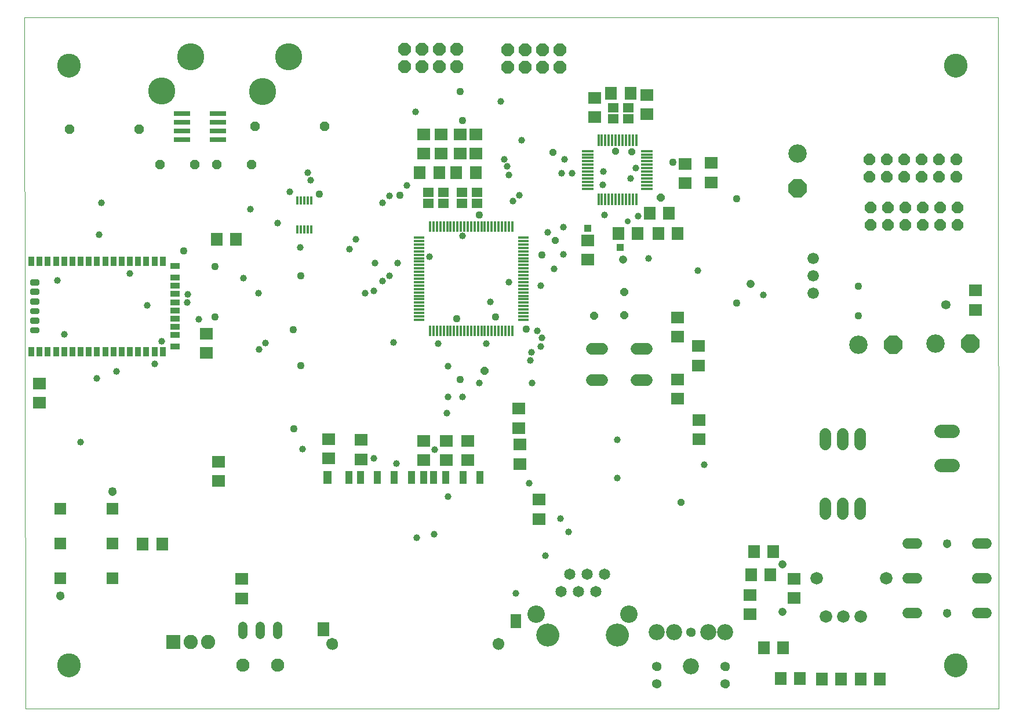
<source format=gts>
G75*
%MOIN*%
%OFA0B0*%
%FSLAX25Y25*%
%IPPOS*%
%LPD*%
%AMOC8*
5,1,8,0,0,1.08239X$1,22.5*
%
%ADD10C,0.00000*%
%ADD11C,0.07650*%
%ADD12R,0.07687X0.06899*%
%ADD13R,0.06899X0.07687*%
%ADD14C,0.10600*%
%ADD15OC8,0.10600*%
%ADD16C,0.07200*%
%ADD17C,0.06600*%
%ADD18OC8,0.06600*%
%ADD19R,0.06899X0.07698*%
%ADD20R,0.07698X0.06899*%
%ADD21R,0.06506X0.06506*%
%ADD22C,0.04931*%
%ADD23C,0.05914*%
%ADD24C,0.05400*%
%ADD25C,0.07600*%
%ADD26R,0.03750X0.05324*%
%ADD27R,0.05324X0.03750*%
%ADD28C,0.02812*%
%ADD29C,0.15600*%
%ADD30R,0.01584X0.04537*%
%ADD31R,0.01700X0.06400*%
%ADD32R,0.06400X0.01700*%
%ADD33R,0.04143X0.07687*%
%ADD34R,0.06112X0.08474*%
%ADD35R,0.06612X0.08474*%
%ADD36R,0.04931X0.07687*%
%ADD37C,0.06702*%
%ADD38R,0.06506X0.01584*%
%ADD39R,0.01584X0.06506*%
%ADD40C,0.10049*%
%ADD41C,0.06506*%
%ADD42C,0.13198*%
%ADD43C,0.13592*%
%ADD44OC8,0.07200*%
%ADD45OC8,0.05400*%
%ADD46R,0.09261X0.02962*%
%ADD47C,0.06600*%
%ADD48R,0.06112X0.05324*%
%ADD49R,0.08200X0.08200*%
%ADD50C,0.08200*%
%ADD51C,0.09200*%
%ADD52C,0.05324*%
%ADD53C,0.03969*%
%ADD54C,0.04362*%
%ADD55OC8,0.03969*%
%ADD56C,0.04756*%
%ADD57OC8,0.04362*%
%ADD58R,0.04362X0.04362*%
%ADD59C,0.03600*%
D10*
X0016817Y0051800D02*
X0016317Y0449501D01*
X0576239Y0449501D01*
X0576739Y0051800D01*
X0016817Y0051800D01*
X0035321Y0076800D02*
X0035323Y0076961D01*
X0035329Y0077121D01*
X0035339Y0077282D01*
X0035353Y0077442D01*
X0035371Y0077601D01*
X0035392Y0077761D01*
X0035418Y0077919D01*
X0035448Y0078077D01*
X0035481Y0078234D01*
X0035519Y0078391D01*
X0035560Y0078546D01*
X0035605Y0078700D01*
X0035654Y0078853D01*
X0035707Y0079005D01*
X0035763Y0079155D01*
X0035823Y0079304D01*
X0035887Y0079452D01*
X0035954Y0079598D01*
X0036025Y0079742D01*
X0036100Y0079884D01*
X0036178Y0080025D01*
X0036259Y0080163D01*
X0036344Y0080300D01*
X0036433Y0080434D01*
X0036524Y0080566D01*
X0036619Y0080696D01*
X0036717Y0080823D01*
X0036818Y0080948D01*
X0036922Y0081071D01*
X0037029Y0081190D01*
X0037139Y0081307D01*
X0037252Y0081422D01*
X0037368Y0081533D01*
X0037486Y0081642D01*
X0037607Y0081747D01*
X0037731Y0081850D01*
X0037857Y0081950D01*
X0037986Y0082046D01*
X0038117Y0082139D01*
X0038250Y0082229D01*
X0038385Y0082316D01*
X0038523Y0082399D01*
X0038662Y0082478D01*
X0038804Y0082555D01*
X0038947Y0082628D01*
X0039092Y0082697D01*
X0039239Y0082762D01*
X0039387Y0082824D01*
X0039537Y0082883D01*
X0039688Y0082937D01*
X0039840Y0082988D01*
X0039994Y0083035D01*
X0040149Y0083078D01*
X0040304Y0083117D01*
X0040461Y0083153D01*
X0040619Y0083185D01*
X0040777Y0083212D01*
X0040936Y0083236D01*
X0041095Y0083256D01*
X0041255Y0083272D01*
X0041416Y0083284D01*
X0041576Y0083292D01*
X0041737Y0083296D01*
X0041897Y0083296D01*
X0042058Y0083292D01*
X0042218Y0083284D01*
X0042379Y0083272D01*
X0042539Y0083256D01*
X0042698Y0083236D01*
X0042857Y0083212D01*
X0043015Y0083185D01*
X0043173Y0083153D01*
X0043330Y0083117D01*
X0043485Y0083078D01*
X0043640Y0083035D01*
X0043794Y0082988D01*
X0043946Y0082937D01*
X0044097Y0082883D01*
X0044247Y0082824D01*
X0044395Y0082762D01*
X0044542Y0082697D01*
X0044687Y0082628D01*
X0044830Y0082555D01*
X0044972Y0082478D01*
X0045111Y0082399D01*
X0045249Y0082316D01*
X0045384Y0082229D01*
X0045517Y0082139D01*
X0045648Y0082046D01*
X0045777Y0081950D01*
X0045903Y0081850D01*
X0046027Y0081747D01*
X0046148Y0081642D01*
X0046266Y0081533D01*
X0046382Y0081422D01*
X0046495Y0081307D01*
X0046605Y0081190D01*
X0046712Y0081071D01*
X0046816Y0080948D01*
X0046917Y0080823D01*
X0047015Y0080696D01*
X0047110Y0080566D01*
X0047201Y0080434D01*
X0047290Y0080300D01*
X0047375Y0080163D01*
X0047456Y0080025D01*
X0047534Y0079884D01*
X0047609Y0079742D01*
X0047680Y0079598D01*
X0047747Y0079452D01*
X0047811Y0079304D01*
X0047871Y0079155D01*
X0047927Y0079005D01*
X0047980Y0078853D01*
X0048029Y0078700D01*
X0048074Y0078546D01*
X0048115Y0078391D01*
X0048153Y0078234D01*
X0048186Y0078077D01*
X0048216Y0077919D01*
X0048242Y0077761D01*
X0048263Y0077601D01*
X0048281Y0077442D01*
X0048295Y0077282D01*
X0048305Y0077121D01*
X0048311Y0076961D01*
X0048313Y0076800D01*
X0048311Y0076639D01*
X0048305Y0076479D01*
X0048295Y0076318D01*
X0048281Y0076158D01*
X0048263Y0075999D01*
X0048242Y0075839D01*
X0048216Y0075681D01*
X0048186Y0075523D01*
X0048153Y0075366D01*
X0048115Y0075209D01*
X0048074Y0075054D01*
X0048029Y0074900D01*
X0047980Y0074747D01*
X0047927Y0074595D01*
X0047871Y0074445D01*
X0047811Y0074296D01*
X0047747Y0074148D01*
X0047680Y0074002D01*
X0047609Y0073858D01*
X0047534Y0073716D01*
X0047456Y0073575D01*
X0047375Y0073437D01*
X0047290Y0073300D01*
X0047201Y0073166D01*
X0047110Y0073034D01*
X0047015Y0072904D01*
X0046917Y0072777D01*
X0046816Y0072652D01*
X0046712Y0072529D01*
X0046605Y0072410D01*
X0046495Y0072293D01*
X0046382Y0072178D01*
X0046266Y0072067D01*
X0046148Y0071958D01*
X0046027Y0071853D01*
X0045903Y0071750D01*
X0045777Y0071650D01*
X0045648Y0071554D01*
X0045517Y0071461D01*
X0045384Y0071371D01*
X0045249Y0071284D01*
X0045111Y0071201D01*
X0044972Y0071122D01*
X0044830Y0071045D01*
X0044687Y0070972D01*
X0044542Y0070903D01*
X0044395Y0070838D01*
X0044247Y0070776D01*
X0044097Y0070717D01*
X0043946Y0070663D01*
X0043794Y0070612D01*
X0043640Y0070565D01*
X0043485Y0070522D01*
X0043330Y0070483D01*
X0043173Y0070447D01*
X0043015Y0070415D01*
X0042857Y0070388D01*
X0042698Y0070364D01*
X0042539Y0070344D01*
X0042379Y0070328D01*
X0042218Y0070316D01*
X0042058Y0070308D01*
X0041897Y0070304D01*
X0041737Y0070304D01*
X0041576Y0070308D01*
X0041416Y0070316D01*
X0041255Y0070328D01*
X0041095Y0070344D01*
X0040936Y0070364D01*
X0040777Y0070388D01*
X0040619Y0070415D01*
X0040461Y0070447D01*
X0040304Y0070483D01*
X0040149Y0070522D01*
X0039994Y0070565D01*
X0039840Y0070612D01*
X0039688Y0070663D01*
X0039537Y0070717D01*
X0039387Y0070776D01*
X0039239Y0070838D01*
X0039092Y0070903D01*
X0038947Y0070972D01*
X0038804Y0071045D01*
X0038662Y0071122D01*
X0038523Y0071201D01*
X0038385Y0071284D01*
X0038250Y0071371D01*
X0038117Y0071461D01*
X0037986Y0071554D01*
X0037857Y0071650D01*
X0037731Y0071750D01*
X0037607Y0071853D01*
X0037486Y0071958D01*
X0037368Y0072067D01*
X0037252Y0072178D01*
X0037139Y0072293D01*
X0037029Y0072410D01*
X0036922Y0072529D01*
X0036818Y0072652D01*
X0036717Y0072777D01*
X0036619Y0072904D01*
X0036524Y0073034D01*
X0036433Y0073166D01*
X0036344Y0073300D01*
X0036259Y0073437D01*
X0036178Y0073575D01*
X0036100Y0073716D01*
X0036025Y0073858D01*
X0035954Y0074002D01*
X0035887Y0074148D01*
X0035823Y0074296D01*
X0035763Y0074445D01*
X0035707Y0074595D01*
X0035654Y0074747D01*
X0035605Y0074900D01*
X0035560Y0075054D01*
X0035519Y0075209D01*
X0035481Y0075366D01*
X0035448Y0075523D01*
X0035418Y0075681D01*
X0035392Y0075839D01*
X0035371Y0075999D01*
X0035353Y0076158D01*
X0035339Y0076318D01*
X0035329Y0076479D01*
X0035323Y0076639D01*
X0035321Y0076800D01*
X0034652Y0116800D02*
X0034654Y0116893D01*
X0034660Y0116985D01*
X0034670Y0117077D01*
X0034684Y0117168D01*
X0034701Y0117259D01*
X0034723Y0117349D01*
X0034748Y0117438D01*
X0034777Y0117526D01*
X0034810Y0117612D01*
X0034847Y0117697D01*
X0034887Y0117781D01*
X0034931Y0117862D01*
X0034978Y0117942D01*
X0035028Y0118020D01*
X0035082Y0118095D01*
X0035139Y0118168D01*
X0035199Y0118238D01*
X0035262Y0118306D01*
X0035328Y0118371D01*
X0035396Y0118433D01*
X0035467Y0118493D01*
X0035541Y0118549D01*
X0035617Y0118602D01*
X0035695Y0118651D01*
X0035775Y0118698D01*
X0035857Y0118740D01*
X0035941Y0118780D01*
X0036026Y0118815D01*
X0036113Y0118847D01*
X0036201Y0118876D01*
X0036290Y0118900D01*
X0036380Y0118921D01*
X0036471Y0118937D01*
X0036563Y0118950D01*
X0036655Y0118959D01*
X0036748Y0118964D01*
X0036840Y0118965D01*
X0036933Y0118962D01*
X0037025Y0118955D01*
X0037117Y0118944D01*
X0037208Y0118929D01*
X0037299Y0118911D01*
X0037389Y0118888D01*
X0037477Y0118862D01*
X0037565Y0118832D01*
X0037651Y0118798D01*
X0037735Y0118761D01*
X0037818Y0118719D01*
X0037899Y0118675D01*
X0037979Y0118627D01*
X0038056Y0118576D01*
X0038130Y0118521D01*
X0038203Y0118463D01*
X0038273Y0118403D01*
X0038340Y0118339D01*
X0038404Y0118273D01*
X0038466Y0118203D01*
X0038524Y0118132D01*
X0038579Y0118058D01*
X0038631Y0117981D01*
X0038680Y0117902D01*
X0038726Y0117822D01*
X0038768Y0117739D01*
X0038806Y0117655D01*
X0038841Y0117569D01*
X0038872Y0117482D01*
X0038899Y0117394D01*
X0038922Y0117304D01*
X0038942Y0117214D01*
X0038958Y0117123D01*
X0038970Y0117031D01*
X0038978Y0116939D01*
X0038982Y0116846D01*
X0038982Y0116754D01*
X0038978Y0116661D01*
X0038970Y0116569D01*
X0038958Y0116477D01*
X0038942Y0116386D01*
X0038922Y0116296D01*
X0038899Y0116206D01*
X0038872Y0116118D01*
X0038841Y0116031D01*
X0038806Y0115945D01*
X0038768Y0115861D01*
X0038726Y0115778D01*
X0038680Y0115698D01*
X0038631Y0115619D01*
X0038579Y0115542D01*
X0038524Y0115468D01*
X0038466Y0115397D01*
X0038404Y0115327D01*
X0038340Y0115261D01*
X0038273Y0115197D01*
X0038203Y0115137D01*
X0038130Y0115079D01*
X0038056Y0115024D01*
X0037979Y0114973D01*
X0037900Y0114925D01*
X0037818Y0114881D01*
X0037735Y0114839D01*
X0037651Y0114802D01*
X0037565Y0114768D01*
X0037477Y0114738D01*
X0037389Y0114712D01*
X0037299Y0114689D01*
X0037208Y0114671D01*
X0037117Y0114656D01*
X0037025Y0114645D01*
X0036933Y0114638D01*
X0036840Y0114635D01*
X0036748Y0114636D01*
X0036655Y0114641D01*
X0036563Y0114650D01*
X0036471Y0114663D01*
X0036380Y0114679D01*
X0036290Y0114700D01*
X0036201Y0114724D01*
X0036113Y0114753D01*
X0036026Y0114785D01*
X0035941Y0114820D01*
X0035857Y0114860D01*
X0035775Y0114902D01*
X0035695Y0114949D01*
X0035617Y0114998D01*
X0035541Y0115051D01*
X0035467Y0115107D01*
X0035396Y0115167D01*
X0035328Y0115229D01*
X0035262Y0115294D01*
X0035199Y0115362D01*
X0035139Y0115432D01*
X0035082Y0115505D01*
X0035028Y0115580D01*
X0034978Y0115658D01*
X0034931Y0115738D01*
X0034887Y0115819D01*
X0034847Y0115903D01*
X0034810Y0115988D01*
X0034777Y0116074D01*
X0034748Y0116162D01*
X0034723Y0116251D01*
X0034701Y0116341D01*
X0034684Y0116432D01*
X0034670Y0116523D01*
X0034660Y0116615D01*
X0034654Y0116707D01*
X0034652Y0116800D01*
X0064652Y0176800D02*
X0064654Y0176893D01*
X0064660Y0176985D01*
X0064670Y0177077D01*
X0064684Y0177168D01*
X0064701Y0177259D01*
X0064723Y0177349D01*
X0064748Y0177438D01*
X0064777Y0177526D01*
X0064810Y0177612D01*
X0064847Y0177697D01*
X0064887Y0177781D01*
X0064931Y0177862D01*
X0064978Y0177942D01*
X0065028Y0178020D01*
X0065082Y0178095D01*
X0065139Y0178168D01*
X0065199Y0178238D01*
X0065262Y0178306D01*
X0065328Y0178371D01*
X0065396Y0178433D01*
X0065467Y0178493D01*
X0065541Y0178549D01*
X0065617Y0178602D01*
X0065695Y0178651D01*
X0065775Y0178698D01*
X0065857Y0178740D01*
X0065941Y0178780D01*
X0066026Y0178815D01*
X0066113Y0178847D01*
X0066201Y0178876D01*
X0066290Y0178900D01*
X0066380Y0178921D01*
X0066471Y0178937D01*
X0066563Y0178950D01*
X0066655Y0178959D01*
X0066748Y0178964D01*
X0066840Y0178965D01*
X0066933Y0178962D01*
X0067025Y0178955D01*
X0067117Y0178944D01*
X0067208Y0178929D01*
X0067299Y0178911D01*
X0067389Y0178888D01*
X0067477Y0178862D01*
X0067565Y0178832D01*
X0067651Y0178798D01*
X0067735Y0178761D01*
X0067818Y0178719D01*
X0067899Y0178675D01*
X0067979Y0178627D01*
X0068056Y0178576D01*
X0068130Y0178521D01*
X0068203Y0178463D01*
X0068273Y0178403D01*
X0068340Y0178339D01*
X0068404Y0178273D01*
X0068466Y0178203D01*
X0068524Y0178132D01*
X0068579Y0178058D01*
X0068631Y0177981D01*
X0068680Y0177902D01*
X0068726Y0177822D01*
X0068768Y0177739D01*
X0068806Y0177655D01*
X0068841Y0177569D01*
X0068872Y0177482D01*
X0068899Y0177394D01*
X0068922Y0177304D01*
X0068942Y0177214D01*
X0068958Y0177123D01*
X0068970Y0177031D01*
X0068978Y0176939D01*
X0068982Y0176846D01*
X0068982Y0176754D01*
X0068978Y0176661D01*
X0068970Y0176569D01*
X0068958Y0176477D01*
X0068942Y0176386D01*
X0068922Y0176296D01*
X0068899Y0176206D01*
X0068872Y0176118D01*
X0068841Y0176031D01*
X0068806Y0175945D01*
X0068768Y0175861D01*
X0068726Y0175778D01*
X0068680Y0175698D01*
X0068631Y0175619D01*
X0068579Y0175542D01*
X0068524Y0175468D01*
X0068466Y0175397D01*
X0068404Y0175327D01*
X0068340Y0175261D01*
X0068273Y0175197D01*
X0068203Y0175137D01*
X0068130Y0175079D01*
X0068056Y0175024D01*
X0067979Y0174973D01*
X0067900Y0174925D01*
X0067818Y0174881D01*
X0067735Y0174839D01*
X0067651Y0174802D01*
X0067565Y0174768D01*
X0067477Y0174738D01*
X0067389Y0174712D01*
X0067299Y0174689D01*
X0067208Y0174671D01*
X0067117Y0174656D01*
X0067025Y0174645D01*
X0066933Y0174638D01*
X0066840Y0174635D01*
X0066748Y0174636D01*
X0066655Y0174641D01*
X0066563Y0174650D01*
X0066471Y0174663D01*
X0066380Y0174679D01*
X0066290Y0174700D01*
X0066201Y0174724D01*
X0066113Y0174753D01*
X0066026Y0174785D01*
X0065941Y0174820D01*
X0065857Y0174860D01*
X0065775Y0174902D01*
X0065695Y0174949D01*
X0065617Y0174998D01*
X0065541Y0175051D01*
X0065467Y0175107D01*
X0065396Y0175167D01*
X0065328Y0175229D01*
X0065262Y0175294D01*
X0065199Y0175362D01*
X0065139Y0175432D01*
X0065082Y0175505D01*
X0065028Y0175580D01*
X0064978Y0175658D01*
X0064931Y0175738D01*
X0064887Y0175819D01*
X0064847Y0175903D01*
X0064810Y0175988D01*
X0064777Y0176074D01*
X0064748Y0176162D01*
X0064723Y0176251D01*
X0064701Y0176341D01*
X0064684Y0176432D01*
X0064670Y0176523D01*
X0064660Y0176615D01*
X0064654Y0176707D01*
X0064652Y0176800D01*
X0190262Y0089068D02*
X0190264Y0089178D01*
X0190270Y0089288D01*
X0190280Y0089398D01*
X0190294Y0089507D01*
X0190312Y0089616D01*
X0190333Y0089724D01*
X0190359Y0089831D01*
X0190388Y0089937D01*
X0190422Y0090042D01*
X0190459Y0090146D01*
X0190500Y0090248D01*
X0190544Y0090349D01*
X0190592Y0090448D01*
X0190644Y0090546D01*
X0190699Y0090641D01*
X0190757Y0090734D01*
X0190819Y0090825D01*
X0190884Y0090914D01*
X0190952Y0091001D01*
X0191024Y0091085D01*
X0191098Y0091166D01*
X0191175Y0091245D01*
X0191255Y0091321D01*
X0191338Y0091393D01*
X0191423Y0091463D01*
X0191511Y0091530D01*
X0191601Y0091593D01*
X0191693Y0091653D01*
X0191787Y0091710D01*
X0191884Y0091764D01*
X0191982Y0091813D01*
X0192082Y0091860D01*
X0192184Y0091902D01*
X0192287Y0091941D01*
X0192391Y0091976D01*
X0192497Y0092008D01*
X0192603Y0092035D01*
X0192711Y0092059D01*
X0192819Y0092079D01*
X0192928Y0092095D01*
X0193038Y0092107D01*
X0193148Y0092115D01*
X0193258Y0092119D01*
X0193368Y0092119D01*
X0193478Y0092115D01*
X0193588Y0092107D01*
X0193698Y0092095D01*
X0193807Y0092079D01*
X0193915Y0092059D01*
X0194023Y0092035D01*
X0194129Y0092008D01*
X0194235Y0091976D01*
X0194339Y0091941D01*
X0194442Y0091902D01*
X0194544Y0091860D01*
X0194644Y0091813D01*
X0194742Y0091764D01*
X0194838Y0091710D01*
X0194933Y0091653D01*
X0195025Y0091593D01*
X0195115Y0091530D01*
X0195203Y0091463D01*
X0195288Y0091393D01*
X0195371Y0091321D01*
X0195451Y0091245D01*
X0195528Y0091166D01*
X0195602Y0091085D01*
X0195674Y0091001D01*
X0195742Y0090914D01*
X0195807Y0090825D01*
X0195869Y0090734D01*
X0195927Y0090641D01*
X0195982Y0090546D01*
X0196034Y0090448D01*
X0196082Y0090349D01*
X0196126Y0090248D01*
X0196167Y0090146D01*
X0196204Y0090042D01*
X0196238Y0089937D01*
X0196267Y0089831D01*
X0196293Y0089724D01*
X0196314Y0089616D01*
X0196332Y0089507D01*
X0196346Y0089398D01*
X0196356Y0089288D01*
X0196362Y0089178D01*
X0196364Y0089068D01*
X0196362Y0088958D01*
X0196356Y0088848D01*
X0196346Y0088738D01*
X0196332Y0088629D01*
X0196314Y0088520D01*
X0196293Y0088412D01*
X0196267Y0088305D01*
X0196238Y0088199D01*
X0196204Y0088094D01*
X0196167Y0087990D01*
X0196126Y0087888D01*
X0196082Y0087787D01*
X0196034Y0087688D01*
X0195982Y0087590D01*
X0195927Y0087495D01*
X0195869Y0087402D01*
X0195807Y0087311D01*
X0195742Y0087222D01*
X0195674Y0087135D01*
X0195602Y0087051D01*
X0195528Y0086970D01*
X0195451Y0086891D01*
X0195371Y0086815D01*
X0195288Y0086743D01*
X0195203Y0086673D01*
X0195115Y0086606D01*
X0195025Y0086543D01*
X0194933Y0086483D01*
X0194839Y0086426D01*
X0194742Y0086372D01*
X0194644Y0086323D01*
X0194544Y0086276D01*
X0194442Y0086234D01*
X0194339Y0086195D01*
X0194235Y0086160D01*
X0194129Y0086128D01*
X0194023Y0086101D01*
X0193915Y0086077D01*
X0193807Y0086057D01*
X0193698Y0086041D01*
X0193588Y0086029D01*
X0193478Y0086021D01*
X0193368Y0086017D01*
X0193258Y0086017D01*
X0193148Y0086021D01*
X0193038Y0086029D01*
X0192928Y0086041D01*
X0192819Y0086057D01*
X0192711Y0086077D01*
X0192603Y0086101D01*
X0192497Y0086128D01*
X0192391Y0086160D01*
X0192287Y0086195D01*
X0192184Y0086234D01*
X0192082Y0086276D01*
X0191982Y0086323D01*
X0191884Y0086372D01*
X0191787Y0086426D01*
X0191693Y0086483D01*
X0191601Y0086543D01*
X0191511Y0086606D01*
X0191423Y0086673D01*
X0191338Y0086743D01*
X0191255Y0086815D01*
X0191175Y0086891D01*
X0191098Y0086970D01*
X0191024Y0087051D01*
X0190952Y0087135D01*
X0190884Y0087222D01*
X0190819Y0087311D01*
X0190757Y0087402D01*
X0190699Y0087495D01*
X0190644Y0087590D01*
X0190592Y0087688D01*
X0190544Y0087787D01*
X0190500Y0087888D01*
X0190459Y0087990D01*
X0190422Y0088094D01*
X0190388Y0088199D01*
X0190359Y0088305D01*
X0190333Y0088412D01*
X0190312Y0088520D01*
X0190294Y0088629D01*
X0190280Y0088738D01*
X0190270Y0088848D01*
X0190264Y0088958D01*
X0190262Y0089068D01*
X0285774Y0089068D02*
X0285776Y0089178D01*
X0285782Y0089288D01*
X0285792Y0089398D01*
X0285806Y0089507D01*
X0285824Y0089616D01*
X0285845Y0089724D01*
X0285871Y0089831D01*
X0285900Y0089937D01*
X0285934Y0090042D01*
X0285971Y0090146D01*
X0286012Y0090248D01*
X0286056Y0090349D01*
X0286104Y0090448D01*
X0286156Y0090546D01*
X0286211Y0090641D01*
X0286269Y0090734D01*
X0286331Y0090825D01*
X0286396Y0090914D01*
X0286464Y0091001D01*
X0286536Y0091085D01*
X0286610Y0091166D01*
X0286687Y0091245D01*
X0286767Y0091321D01*
X0286850Y0091393D01*
X0286935Y0091463D01*
X0287023Y0091530D01*
X0287113Y0091593D01*
X0287205Y0091653D01*
X0287299Y0091710D01*
X0287396Y0091764D01*
X0287494Y0091813D01*
X0287594Y0091860D01*
X0287696Y0091902D01*
X0287799Y0091941D01*
X0287903Y0091976D01*
X0288009Y0092008D01*
X0288115Y0092035D01*
X0288223Y0092059D01*
X0288331Y0092079D01*
X0288440Y0092095D01*
X0288550Y0092107D01*
X0288660Y0092115D01*
X0288770Y0092119D01*
X0288880Y0092119D01*
X0288990Y0092115D01*
X0289100Y0092107D01*
X0289210Y0092095D01*
X0289319Y0092079D01*
X0289427Y0092059D01*
X0289535Y0092035D01*
X0289641Y0092008D01*
X0289747Y0091976D01*
X0289851Y0091941D01*
X0289954Y0091902D01*
X0290056Y0091860D01*
X0290156Y0091813D01*
X0290254Y0091764D01*
X0290350Y0091710D01*
X0290445Y0091653D01*
X0290537Y0091593D01*
X0290627Y0091530D01*
X0290715Y0091463D01*
X0290800Y0091393D01*
X0290883Y0091321D01*
X0290963Y0091245D01*
X0291040Y0091166D01*
X0291114Y0091085D01*
X0291186Y0091001D01*
X0291254Y0090914D01*
X0291319Y0090825D01*
X0291381Y0090734D01*
X0291439Y0090641D01*
X0291494Y0090546D01*
X0291546Y0090448D01*
X0291594Y0090349D01*
X0291638Y0090248D01*
X0291679Y0090146D01*
X0291716Y0090042D01*
X0291750Y0089937D01*
X0291779Y0089831D01*
X0291805Y0089724D01*
X0291826Y0089616D01*
X0291844Y0089507D01*
X0291858Y0089398D01*
X0291868Y0089288D01*
X0291874Y0089178D01*
X0291876Y0089068D01*
X0291874Y0088958D01*
X0291868Y0088848D01*
X0291858Y0088738D01*
X0291844Y0088629D01*
X0291826Y0088520D01*
X0291805Y0088412D01*
X0291779Y0088305D01*
X0291750Y0088199D01*
X0291716Y0088094D01*
X0291679Y0087990D01*
X0291638Y0087888D01*
X0291594Y0087787D01*
X0291546Y0087688D01*
X0291494Y0087590D01*
X0291439Y0087495D01*
X0291381Y0087402D01*
X0291319Y0087311D01*
X0291254Y0087222D01*
X0291186Y0087135D01*
X0291114Y0087051D01*
X0291040Y0086970D01*
X0290963Y0086891D01*
X0290883Y0086815D01*
X0290800Y0086743D01*
X0290715Y0086673D01*
X0290627Y0086606D01*
X0290537Y0086543D01*
X0290445Y0086483D01*
X0290351Y0086426D01*
X0290254Y0086372D01*
X0290156Y0086323D01*
X0290056Y0086276D01*
X0289954Y0086234D01*
X0289851Y0086195D01*
X0289747Y0086160D01*
X0289641Y0086128D01*
X0289535Y0086101D01*
X0289427Y0086077D01*
X0289319Y0086057D01*
X0289210Y0086041D01*
X0289100Y0086029D01*
X0288990Y0086021D01*
X0288880Y0086017D01*
X0288770Y0086017D01*
X0288660Y0086021D01*
X0288550Y0086029D01*
X0288440Y0086041D01*
X0288331Y0086057D01*
X0288223Y0086077D01*
X0288115Y0086101D01*
X0288009Y0086128D01*
X0287903Y0086160D01*
X0287799Y0086195D01*
X0287696Y0086234D01*
X0287594Y0086276D01*
X0287494Y0086323D01*
X0287396Y0086372D01*
X0287299Y0086426D01*
X0287205Y0086483D01*
X0287113Y0086543D01*
X0287023Y0086606D01*
X0286935Y0086673D01*
X0286850Y0086743D01*
X0286767Y0086815D01*
X0286687Y0086891D01*
X0286610Y0086970D01*
X0286536Y0087051D01*
X0286464Y0087135D01*
X0286396Y0087222D01*
X0286331Y0087311D01*
X0286269Y0087402D01*
X0286211Y0087495D01*
X0286156Y0087590D01*
X0286104Y0087688D01*
X0286056Y0087787D01*
X0286012Y0087888D01*
X0285971Y0087990D01*
X0285934Y0088094D01*
X0285900Y0088199D01*
X0285871Y0088305D01*
X0285845Y0088412D01*
X0285824Y0088520D01*
X0285806Y0088629D01*
X0285792Y0088738D01*
X0285782Y0088848D01*
X0285776Y0088958D01*
X0285774Y0089068D01*
X0311018Y0094300D02*
X0311020Y0094458D01*
X0311026Y0094616D01*
X0311036Y0094774D01*
X0311050Y0094932D01*
X0311068Y0095089D01*
X0311089Y0095246D01*
X0311115Y0095402D01*
X0311145Y0095558D01*
X0311178Y0095713D01*
X0311216Y0095866D01*
X0311257Y0096019D01*
X0311302Y0096171D01*
X0311351Y0096322D01*
X0311404Y0096471D01*
X0311460Y0096619D01*
X0311520Y0096765D01*
X0311584Y0096910D01*
X0311652Y0097053D01*
X0311723Y0097195D01*
X0311797Y0097335D01*
X0311875Y0097472D01*
X0311957Y0097608D01*
X0312041Y0097742D01*
X0312130Y0097873D01*
X0312221Y0098002D01*
X0312316Y0098129D01*
X0312413Y0098254D01*
X0312514Y0098376D01*
X0312618Y0098495D01*
X0312725Y0098612D01*
X0312835Y0098726D01*
X0312948Y0098837D01*
X0313063Y0098946D01*
X0313181Y0099051D01*
X0313302Y0099153D01*
X0313425Y0099253D01*
X0313551Y0099349D01*
X0313679Y0099442D01*
X0313809Y0099532D01*
X0313942Y0099618D01*
X0314077Y0099702D01*
X0314213Y0099781D01*
X0314352Y0099858D01*
X0314493Y0099930D01*
X0314635Y0100000D01*
X0314779Y0100065D01*
X0314925Y0100127D01*
X0315072Y0100185D01*
X0315221Y0100240D01*
X0315371Y0100291D01*
X0315522Y0100338D01*
X0315674Y0100381D01*
X0315827Y0100420D01*
X0315982Y0100456D01*
X0316137Y0100487D01*
X0316293Y0100515D01*
X0316449Y0100539D01*
X0316606Y0100559D01*
X0316764Y0100575D01*
X0316921Y0100587D01*
X0317080Y0100595D01*
X0317238Y0100599D01*
X0317396Y0100599D01*
X0317554Y0100595D01*
X0317713Y0100587D01*
X0317870Y0100575D01*
X0318028Y0100559D01*
X0318185Y0100539D01*
X0318341Y0100515D01*
X0318497Y0100487D01*
X0318652Y0100456D01*
X0318807Y0100420D01*
X0318960Y0100381D01*
X0319112Y0100338D01*
X0319263Y0100291D01*
X0319413Y0100240D01*
X0319562Y0100185D01*
X0319709Y0100127D01*
X0319855Y0100065D01*
X0319999Y0100000D01*
X0320141Y0099930D01*
X0320282Y0099858D01*
X0320421Y0099781D01*
X0320557Y0099702D01*
X0320692Y0099618D01*
X0320825Y0099532D01*
X0320955Y0099442D01*
X0321083Y0099349D01*
X0321209Y0099253D01*
X0321332Y0099153D01*
X0321453Y0099051D01*
X0321571Y0098946D01*
X0321686Y0098837D01*
X0321799Y0098726D01*
X0321909Y0098612D01*
X0322016Y0098495D01*
X0322120Y0098376D01*
X0322221Y0098254D01*
X0322318Y0098129D01*
X0322413Y0098002D01*
X0322504Y0097873D01*
X0322593Y0097742D01*
X0322677Y0097608D01*
X0322759Y0097472D01*
X0322837Y0097335D01*
X0322911Y0097195D01*
X0322982Y0097053D01*
X0323050Y0096910D01*
X0323114Y0096765D01*
X0323174Y0096619D01*
X0323230Y0096471D01*
X0323283Y0096322D01*
X0323332Y0096171D01*
X0323377Y0096019D01*
X0323418Y0095866D01*
X0323456Y0095713D01*
X0323489Y0095558D01*
X0323519Y0095402D01*
X0323545Y0095246D01*
X0323566Y0095089D01*
X0323584Y0094932D01*
X0323598Y0094774D01*
X0323608Y0094616D01*
X0323614Y0094458D01*
X0323616Y0094300D01*
X0323614Y0094142D01*
X0323608Y0093984D01*
X0323598Y0093826D01*
X0323584Y0093668D01*
X0323566Y0093511D01*
X0323545Y0093354D01*
X0323519Y0093198D01*
X0323489Y0093042D01*
X0323456Y0092887D01*
X0323418Y0092734D01*
X0323377Y0092581D01*
X0323332Y0092429D01*
X0323283Y0092278D01*
X0323230Y0092129D01*
X0323174Y0091981D01*
X0323114Y0091835D01*
X0323050Y0091690D01*
X0322982Y0091547D01*
X0322911Y0091405D01*
X0322837Y0091265D01*
X0322759Y0091128D01*
X0322677Y0090992D01*
X0322593Y0090858D01*
X0322504Y0090727D01*
X0322413Y0090598D01*
X0322318Y0090471D01*
X0322221Y0090346D01*
X0322120Y0090224D01*
X0322016Y0090105D01*
X0321909Y0089988D01*
X0321799Y0089874D01*
X0321686Y0089763D01*
X0321571Y0089654D01*
X0321453Y0089549D01*
X0321332Y0089447D01*
X0321209Y0089347D01*
X0321083Y0089251D01*
X0320955Y0089158D01*
X0320825Y0089068D01*
X0320692Y0088982D01*
X0320557Y0088898D01*
X0320421Y0088819D01*
X0320282Y0088742D01*
X0320141Y0088670D01*
X0319999Y0088600D01*
X0319855Y0088535D01*
X0319709Y0088473D01*
X0319562Y0088415D01*
X0319413Y0088360D01*
X0319263Y0088309D01*
X0319112Y0088262D01*
X0318960Y0088219D01*
X0318807Y0088180D01*
X0318652Y0088144D01*
X0318497Y0088113D01*
X0318341Y0088085D01*
X0318185Y0088061D01*
X0318028Y0088041D01*
X0317870Y0088025D01*
X0317713Y0088013D01*
X0317554Y0088005D01*
X0317396Y0088001D01*
X0317238Y0088001D01*
X0317080Y0088005D01*
X0316921Y0088013D01*
X0316764Y0088025D01*
X0316606Y0088041D01*
X0316449Y0088061D01*
X0316293Y0088085D01*
X0316137Y0088113D01*
X0315982Y0088144D01*
X0315827Y0088180D01*
X0315674Y0088219D01*
X0315522Y0088262D01*
X0315371Y0088309D01*
X0315221Y0088360D01*
X0315072Y0088415D01*
X0314925Y0088473D01*
X0314779Y0088535D01*
X0314635Y0088600D01*
X0314493Y0088670D01*
X0314352Y0088742D01*
X0314213Y0088819D01*
X0314077Y0088898D01*
X0313942Y0088982D01*
X0313809Y0089068D01*
X0313679Y0089158D01*
X0313551Y0089251D01*
X0313425Y0089347D01*
X0313302Y0089447D01*
X0313181Y0089549D01*
X0313063Y0089654D01*
X0312948Y0089763D01*
X0312835Y0089874D01*
X0312725Y0089988D01*
X0312618Y0090105D01*
X0312514Y0090224D01*
X0312413Y0090346D01*
X0312316Y0090471D01*
X0312221Y0090598D01*
X0312130Y0090727D01*
X0312041Y0090858D01*
X0311957Y0090992D01*
X0311875Y0091128D01*
X0311797Y0091265D01*
X0311723Y0091405D01*
X0311652Y0091547D01*
X0311584Y0091690D01*
X0311520Y0091835D01*
X0311460Y0091981D01*
X0311404Y0092129D01*
X0311351Y0092278D01*
X0311302Y0092429D01*
X0311257Y0092581D01*
X0311216Y0092734D01*
X0311178Y0092887D01*
X0311145Y0093042D01*
X0311115Y0093198D01*
X0311089Y0093354D01*
X0311068Y0093511D01*
X0311050Y0093668D01*
X0311036Y0093826D01*
X0311026Y0093984D01*
X0311020Y0094142D01*
X0311018Y0094300D01*
X0351018Y0094300D02*
X0351020Y0094458D01*
X0351026Y0094616D01*
X0351036Y0094774D01*
X0351050Y0094932D01*
X0351068Y0095089D01*
X0351089Y0095246D01*
X0351115Y0095402D01*
X0351145Y0095558D01*
X0351178Y0095713D01*
X0351216Y0095866D01*
X0351257Y0096019D01*
X0351302Y0096171D01*
X0351351Y0096322D01*
X0351404Y0096471D01*
X0351460Y0096619D01*
X0351520Y0096765D01*
X0351584Y0096910D01*
X0351652Y0097053D01*
X0351723Y0097195D01*
X0351797Y0097335D01*
X0351875Y0097472D01*
X0351957Y0097608D01*
X0352041Y0097742D01*
X0352130Y0097873D01*
X0352221Y0098002D01*
X0352316Y0098129D01*
X0352413Y0098254D01*
X0352514Y0098376D01*
X0352618Y0098495D01*
X0352725Y0098612D01*
X0352835Y0098726D01*
X0352948Y0098837D01*
X0353063Y0098946D01*
X0353181Y0099051D01*
X0353302Y0099153D01*
X0353425Y0099253D01*
X0353551Y0099349D01*
X0353679Y0099442D01*
X0353809Y0099532D01*
X0353942Y0099618D01*
X0354077Y0099702D01*
X0354213Y0099781D01*
X0354352Y0099858D01*
X0354493Y0099930D01*
X0354635Y0100000D01*
X0354779Y0100065D01*
X0354925Y0100127D01*
X0355072Y0100185D01*
X0355221Y0100240D01*
X0355371Y0100291D01*
X0355522Y0100338D01*
X0355674Y0100381D01*
X0355827Y0100420D01*
X0355982Y0100456D01*
X0356137Y0100487D01*
X0356293Y0100515D01*
X0356449Y0100539D01*
X0356606Y0100559D01*
X0356764Y0100575D01*
X0356921Y0100587D01*
X0357080Y0100595D01*
X0357238Y0100599D01*
X0357396Y0100599D01*
X0357554Y0100595D01*
X0357713Y0100587D01*
X0357870Y0100575D01*
X0358028Y0100559D01*
X0358185Y0100539D01*
X0358341Y0100515D01*
X0358497Y0100487D01*
X0358652Y0100456D01*
X0358807Y0100420D01*
X0358960Y0100381D01*
X0359112Y0100338D01*
X0359263Y0100291D01*
X0359413Y0100240D01*
X0359562Y0100185D01*
X0359709Y0100127D01*
X0359855Y0100065D01*
X0359999Y0100000D01*
X0360141Y0099930D01*
X0360282Y0099858D01*
X0360421Y0099781D01*
X0360557Y0099702D01*
X0360692Y0099618D01*
X0360825Y0099532D01*
X0360955Y0099442D01*
X0361083Y0099349D01*
X0361209Y0099253D01*
X0361332Y0099153D01*
X0361453Y0099051D01*
X0361571Y0098946D01*
X0361686Y0098837D01*
X0361799Y0098726D01*
X0361909Y0098612D01*
X0362016Y0098495D01*
X0362120Y0098376D01*
X0362221Y0098254D01*
X0362318Y0098129D01*
X0362413Y0098002D01*
X0362504Y0097873D01*
X0362593Y0097742D01*
X0362677Y0097608D01*
X0362759Y0097472D01*
X0362837Y0097335D01*
X0362911Y0097195D01*
X0362982Y0097053D01*
X0363050Y0096910D01*
X0363114Y0096765D01*
X0363174Y0096619D01*
X0363230Y0096471D01*
X0363283Y0096322D01*
X0363332Y0096171D01*
X0363377Y0096019D01*
X0363418Y0095866D01*
X0363456Y0095713D01*
X0363489Y0095558D01*
X0363519Y0095402D01*
X0363545Y0095246D01*
X0363566Y0095089D01*
X0363584Y0094932D01*
X0363598Y0094774D01*
X0363608Y0094616D01*
X0363614Y0094458D01*
X0363616Y0094300D01*
X0363614Y0094142D01*
X0363608Y0093984D01*
X0363598Y0093826D01*
X0363584Y0093668D01*
X0363566Y0093511D01*
X0363545Y0093354D01*
X0363519Y0093198D01*
X0363489Y0093042D01*
X0363456Y0092887D01*
X0363418Y0092734D01*
X0363377Y0092581D01*
X0363332Y0092429D01*
X0363283Y0092278D01*
X0363230Y0092129D01*
X0363174Y0091981D01*
X0363114Y0091835D01*
X0363050Y0091690D01*
X0362982Y0091547D01*
X0362911Y0091405D01*
X0362837Y0091265D01*
X0362759Y0091128D01*
X0362677Y0090992D01*
X0362593Y0090858D01*
X0362504Y0090727D01*
X0362413Y0090598D01*
X0362318Y0090471D01*
X0362221Y0090346D01*
X0362120Y0090224D01*
X0362016Y0090105D01*
X0361909Y0089988D01*
X0361799Y0089874D01*
X0361686Y0089763D01*
X0361571Y0089654D01*
X0361453Y0089549D01*
X0361332Y0089447D01*
X0361209Y0089347D01*
X0361083Y0089251D01*
X0360955Y0089158D01*
X0360825Y0089068D01*
X0360692Y0088982D01*
X0360557Y0088898D01*
X0360421Y0088819D01*
X0360282Y0088742D01*
X0360141Y0088670D01*
X0359999Y0088600D01*
X0359855Y0088535D01*
X0359709Y0088473D01*
X0359562Y0088415D01*
X0359413Y0088360D01*
X0359263Y0088309D01*
X0359112Y0088262D01*
X0358960Y0088219D01*
X0358807Y0088180D01*
X0358652Y0088144D01*
X0358497Y0088113D01*
X0358341Y0088085D01*
X0358185Y0088061D01*
X0358028Y0088041D01*
X0357870Y0088025D01*
X0357713Y0088013D01*
X0357554Y0088005D01*
X0357396Y0088001D01*
X0357238Y0088001D01*
X0357080Y0088005D01*
X0356921Y0088013D01*
X0356764Y0088025D01*
X0356606Y0088041D01*
X0356449Y0088061D01*
X0356293Y0088085D01*
X0356137Y0088113D01*
X0355982Y0088144D01*
X0355827Y0088180D01*
X0355674Y0088219D01*
X0355522Y0088262D01*
X0355371Y0088309D01*
X0355221Y0088360D01*
X0355072Y0088415D01*
X0354925Y0088473D01*
X0354779Y0088535D01*
X0354635Y0088600D01*
X0354493Y0088670D01*
X0354352Y0088742D01*
X0354213Y0088819D01*
X0354077Y0088898D01*
X0353942Y0088982D01*
X0353809Y0089068D01*
X0353679Y0089158D01*
X0353551Y0089251D01*
X0353425Y0089347D01*
X0353302Y0089447D01*
X0353181Y0089549D01*
X0353063Y0089654D01*
X0352948Y0089763D01*
X0352835Y0089874D01*
X0352725Y0089988D01*
X0352618Y0090105D01*
X0352514Y0090224D01*
X0352413Y0090346D01*
X0352316Y0090471D01*
X0352221Y0090598D01*
X0352130Y0090727D01*
X0352041Y0090858D01*
X0351957Y0090992D01*
X0351875Y0091128D01*
X0351797Y0091265D01*
X0351723Y0091405D01*
X0351652Y0091547D01*
X0351584Y0091690D01*
X0351520Y0091835D01*
X0351460Y0091981D01*
X0351404Y0092129D01*
X0351351Y0092278D01*
X0351302Y0092429D01*
X0351257Y0092581D01*
X0351216Y0092734D01*
X0351178Y0092887D01*
X0351145Y0093042D01*
X0351115Y0093198D01*
X0351089Y0093354D01*
X0351068Y0093511D01*
X0351050Y0093668D01*
X0351036Y0093826D01*
X0351026Y0093984D01*
X0351020Y0094142D01*
X0351018Y0094300D01*
X0377670Y0076100D02*
X0377672Y0076197D01*
X0377678Y0076294D01*
X0377688Y0076390D01*
X0377702Y0076486D01*
X0377720Y0076582D01*
X0377741Y0076676D01*
X0377767Y0076770D01*
X0377796Y0076862D01*
X0377830Y0076953D01*
X0377866Y0077043D01*
X0377907Y0077131D01*
X0377951Y0077217D01*
X0377999Y0077302D01*
X0378050Y0077384D01*
X0378104Y0077465D01*
X0378162Y0077543D01*
X0378223Y0077618D01*
X0378286Y0077691D01*
X0378353Y0077762D01*
X0378423Y0077829D01*
X0378495Y0077894D01*
X0378570Y0077955D01*
X0378648Y0078014D01*
X0378727Y0078069D01*
X0378809Y0078121D01*
X0378893Y0078169D01*
X0378979Y0078214D01*
X0379067Y0078256D01*
X0379156Y0078294D01*
X0379247Y0078328D01*
X0379339Y0078358D01*
X0379432Y0078385D01*
X0379527Y0078407D01*
X0379622Y0078426D01*
X0379718Y0078441D01*
X0379814Y0078452D01*
X0379911Y0078459D01*
X0380008Y0078462D01*
X0380105Y0078461D01*
X0380202Y0078456D01*
X0380298Y0078447D01*
X0380394Y0078434D01*
X0380490Y0078417D01*
X0380585Y0078396D01*
X0380678Y0078372D01*
X0380771Y0078343D01*
X0380863Y0078311D01*
X0380953Y0078275D01*
X0381041Y0078236D01*
X0381128Y0078192D01*
X0381213Y0078146D01*
X0381296Y0078095D01*
X0381377Y0078042D01*
X0381455Y0077985D01*
X0381532Y0077925D01*
X0381605Y0077862D01*
X0381676Y0077796D01*
X0381744Y0077727D01*
X0381810Y0077655D01*
X0381872Y0077581D01*
X0381931Y0077504D01*
X0381987Y0077425D01*
X0382040Y0077343D01*
X0382090Y0077260D01*
X0382135Y0077174D01*
X0382178Y0077087D01*
X0382217Y0076998D01*
X0382252Y0076908D01*
X0382283Y0076816D01*
X0382310Y0076723D01*
X0382334Y0076629D01*
X0382354Y0076534D01*
X0382370Y0076438D01*
X0382382Y0076342D01*
X0382390Y0076245D01*
X0382394Y0076148D01*
X0382394Y0076052D01*
X0382390Y0075955D01*
X0382382Y0075858D01*
X0382370Y0075762D01*
X0382354Y0075666D01*
X0382334Y0075571D01*
X0382310Y0075477D01*
X0382283Y0075384D01*
X0382252Y0075292D01*
X0382217Y0075202D01*
X0382178Y0075113D01*
X0382135Y0075026D01*
X0382090Y0074940D01*
X0382040Y0074857D01*
X0381987Y0074775D01*
X0381931Y0074696D01*
X0381872Y0074619D01*
X0381810Y0074545D01*
X0381744Y0074473D01*
X0381676Y0074404D01*
X0381605Y0074338D01*
X0381532Y0074275D01*
X0381455Y0074215D01*
X0381377Y0074158D01*
X0381296Y0074105D01*
X0381213Y0074054D01*
X0381128Y0074008D01*
X0381041Y0073964D01*
X0380953Y0073925D01*
X0380863Y0073889D01*
X0380771Y0073857D01*
X0380678Y0073828D01*
X0380585Y0073804D01*
X0380490Y0073783D01*
X0380394Y0073766D01*
X0380298Y0073753D01*
X0380202Y0073744D01*
X0380105Y0073739D01*
X0380008Y0073738D01*
X0379911Y0073741D01*
X0379814Y0073748D01*
X0379718Y0073759D01*
X0379622Y0073774D01*
X0379527Y0073793D01*
X0379432Y0073815D01*
X0379339Y0073842D01*
X0379247Y0073872D01*
X0379156Y0073906D01*
X0379067Y0073944D01*
X0378979Y0073986D01*
X0378893Y0074031D01*
X0378809Y0074079D01*
X0378727Y0074131D01*
X0378648Y0074186D01*
X0378570Y0074245D01*
X0378495Y0074306D01*
X0378423Y0074371D01*
X0378353Y0074438D01*
X0378286Y0074509D01*
X0378223Y0074582D01*
X0378162Y0074657D01*
X0378104Y0074735D01*
X0378050Y0074816D01*
X0377999Y0074898D01*
X0377951Y0074983D01*
X0377907Y0075069D01*
X0377866Y0075157D01*
X0377830Y0075247D01*
X0377796Y0075338D01*
X0377767Y0075430D01*
X0377741Y0075524D01*
X0377720Y0075618D01*
X0377702Y0075714D01*
X0377688Y0075810D01*
X0377678Y0075906D01*
X0377672Y0076003D01*
X0377670Y0076100D01*
X0377670Y0066257D02*
X0377672Y0066354D01*
X0377678Y0066451D01*
X0377688Y0066547D01*
X0377702Y0066643D01*
X0377720Y0066739D01*
X0377741Y0066833D01*
X0377767Y0066927D01*
X0377796Y0067019D01*
X0377830Y0067110D01*
X0377866Y0067200D01*
X0377907Y0067288D01*
X0377951Y0067374D01*
X0377999Y0067459D01*
X0378050Y0067541D01*
X0378104Y0067622D01*
X0378162Y0067700D01*
X0378223Y0067775D01*
X0378286Y0067848D01*
X0378353Y0067919D01*
X0378423Y0067986D01*
X0378495Y0068051D01*
X0378570Y0068112D01*
X0378648Y0068171D01*
X0378727Y0068226D01*
X0378809Y0068278D01*
X0378893Y0068326D01*
X0378979Y0068371D01*
X0379067Y0068413D01*
X0379156Y0068451D01*
X0379247Y0068485D01*
X0379339Y0068515D01*
X0379432Y0068542D01*
X0379527Y0068564D01*
X0379622Y0068583D01*
X0379718Y0068598D01*
X0379814Y0068609D01*
X0379911Y0068616D01*
X0380008Y0068619D01*
X0380105Y0068618D01*
X0380202Y0068613D01*
X0380298Y0068604D01*
X0380394Y0068591D01*
X0380490Y0068574D01*
X0380585Y0068553D01*
X0380678Y0068529D01*
X0380771Y0068500D01*
X0380863Y0068468D01*
X0380953Y0068432D01*
X0381041Y0068393D01*
X0381128Y0068349D01*
X0381213Y0068303D01*
X0381296Y0068252D01*
X0381377Y0068199D01*
X0381455Y0068142D01*
X0381532Y0068082D01*
X0381605Y0068019D01*
X0381676Y0067953D01*
X0381744Y0067884D01*
X0381810Y0067812D01*
X0381872Y0067738D01*
X0381931Y0067661D01*
X0381987Y0067582D01*
X0382040Y0067500D01*
X0382090Y0067417D01*
X0382135Y0067331D01*
X0382178Y0067244D01*
X0382217Y0067155D01*
X0382252Y0067065D01*
X0382283Y0066973D01*
X0382310Y0066880D01*
X0382334Y0066786D01*
X0382354Y0066691D01*
X0382370Y0066595D01*
X0382382Y0066499D01*
X0382390Y0066402D01*
X0382394Y0066305D01*
X0382394Y0066209D01*
X0382390Y0066112D01*
X0382382Y0066015D01*
X0382370Y0065919D01*
X0382354Y0065823D01*
X0382334Y0065728D01*
X0382310Y0065634D01*
X0382283Y0065541D01*
X0382252Y0065449D01*
X0382217Y0065359D01*
X0382178Y0065270D01*
X0382135Y0065183D01*
X0382090Y0065097D01*
X0382040Y0065014D01*
X0381987Y0064932D01*
X0381931Y0064853D01*
X0381872Y0064776D01*
X0381810Y0064702D01*
X0381744Y0064630D01*
X0381676Y0064561D01*
X0381605Y0064495D01*
X0381532Y0064432D01*
X0381455Y0064372D01*
X0381377Y0064315D01*
X0381296Y0064262D01*
X0381213Y0064211D01*
X0381128Y0064165D01*
X0381041Y0064121D01*
X0380953Y0064082D01*
X0380863Y0064046D01*
X0380771Y0064014D01*
X0380678Y0063985D01*
X0380585Y0063961D01*
X0380490Y0063940D01*
X0380394Y0063923D01*
X0380298Y0063910D01*
X0380202Y0063901D01*
X0380105Y0063896D01*
X0380008Y0063895D01*
X0379911Y0063898D01*
X0379814Y0063905D01*
X0379718Y0063916D01*
X0379622Y0063931D01*
X0379527Y0063950D01*
X0379432Y0063972D01*
X0379339Y0063999D01*
X0379247Y0064029D01*
X0379156Y0064063D01*
X0379067Y0064101D01*
X0378979Y0064143D01*
X0378893Y0064188D01*
X0378809Y0064236D01*
X0378727Y0064288D01*
X0378648Y0064343D01*
X0378570Y0064402D01*
X0378495Y0064463D01*
X0378423Y0064528D01*
X0378353Y0064595D01*
X0378286Y0064666D01*
X0378223Y0064739D01*
X0378162Y0064814D01*
X0378104Y0064892D01*
X0378050Y0064973D01*
X0377999Y0065055D01*
X0377951Y0065140D01*
X0377907Y0065226D01*
X0377866Y0065314D01*
X0377830Y0065404D01*
X0377796Y0065495D01*
X0377767Y0065587D01*
X0377741Y0065681D01*
X0377720Y0065775D01*
X0377702Y0065871D01*
X0377688Y0065967D01*
X0377678Y0066063D01*
X0377672Y0066160D01*
X0377670Y0066257D01*
X0397355Y0095785D02*
X0397357Y0095882D01*
X0397363Y0095979D01*
X0397373Y0096075D01*
X0397387Y0096171D01*
X0397405Y0096267D01*
X0397426Y0096361D01*
X0397452Y0096455D01*
X0397481Y0096547D01*
X0397515Y0096638D01*
X0397551Y0096728D01*
X0397592Y0096816D01*
X0397636Y0096902D01*
X0397684Y0096987D01*
X0397735Y0097069D01*
X0397789Y0097150D01*
X0397847Y0097228D01*
X0397908Y0097303D01*
X0397971Y0097376D01*
X0398038Y0097447D01*
X0398108Y0097514D01*
X0398180Y0097579D01*
X0398255Y0097640D01*
X0398333Y0097699D01*
X0398412Y0097754D01*
X0398494Y0097806D01*
X0398578Y0097854D01*
X0398664Y0097899D01*
X0398752Y0097941D01*
X0398841Y0097979D01*
X0398932Y0098013D01*
X0399024Y0098043D01*
X0399117Y0098070D01*
X0399212Y0098092D01*
X0399307Y0098111D01*
X0399403Y0098126D01*
X0399499Y0098137D01*
X0399596Y0098144D01*
X0399693Y0098147D01*
X0399790Y0098146D01*
X0399887Y0098141D01*
X0399983Y0098132D01*
X0400079Y0098119D01*
X0400175Y0098102D01*
X0400270Y0098081D01*
X0400363Y0098057D01*
X0400456Y0098028D01*
X0400548Y0097996D01*
X0400638Y0097960D01*
X0400726Y0097921D01*
X0400813Y0097877D01*
X0400898Y0097831D01*
X0400981Y0097780D01*
X0401062Y0097727D01*
X0401140Y0097670D01*
X0401217Y0097610D01*
X0401290Y0097547D01*
X0401361Y0097481D01*
X0401429Y0097412D01*
X0401495Y0097340D01*
X0401557Y0097266D01*
X0401616Y0097189D01*
X0401672Y0097110D01*
X0401725Y0097028D01*
X0401775Y0096945D01*
X0401820Y0096859D01*
X0401863Y0096772D01*
X0401902Y0096683D01*
X0401937Y0096593D01*
X0401968Y0096501D01*
X0401995Y0096408D01*
X0402019Y0096314D01*
X0402039Y0096219D01*
X0402055Y0096123D01*
X0402067Y0096027D01*
X0402075Y0095930D01*
X0402079Y0095833D01*
X0402079Y0095737D01*
X0402075Y0095640D01*
X0402067Y0095543D01*
X0402055Y0095447D01*
X0402039Y0095351D01*
X0402019Y0095256D01*
X0401995Y0095162D01*
X0401968Y0095069D01*
X0401937Y0094977D01*
X0401902Y0094887D01*
X0401863Y0094798D01*
X0401820Y0094711D01*
X0401775Y0094625D01*
X0401725Y0094542D01*
X0401672Y0094460D01*
X0401616Y0094381D01*
X0401557Y0094304D01*
X0401495Y0094230D01*
X0401429Y0094158D01*
X0401361Y0094089D01*
X0401290Y0094023D01*
X0401217Y0093960D01*
X0401140Y0093900D01*
X0401062Y0093843D01*
X0400981Y0093790D01*
X0400898Y0093739D01*
X0400813Y0093693D01*
X0400726Y0093649D01*
X0400638Y0093610D01*
X0400548Y0093574D01*
X0400456Y0093542D01*
X0400363Y0093513D01*
X0400270Y0093489D01*
X0400175Y0093468D01*
X0400079Y0093451D01*
X0399983Y0093438D01*
X0399887Y0093429D01*
X0399790Y0093424D01*
X0399693Y0093423D01*
X0399596Y0093426D01*
X0399499Y0093433D01*
X0399403Y0093444D01*
X0399307Y0093459D01*
X0399212Y0093478D01*
X0399117Y0093500D01*
X0399024Y0093527D01*
X0398932Y0093557D01*
X0398841Y0093591D01*
X0398752Y0093629D01*
X0398664Y0093671D01*
X0398578Y0093716D01*
X0398494Y0093764D01*
X0398412Y0093816D01*
X0398333Y0093871D01*
X0398255Y0093930D01*
X0398180Y0093991D01*
X0398108Y0094056D01*
X0398038Y0094123D01*
X0397971Y0094194D01*
X0397908Y0094267D01*
X0397847Y0094342D01*
X0397789Y0094420D01*
X0397735Y0094501D01*
X0397684Y0094583D01*
X0397636Y0094668D01*
X0397592Y0094754D01*
X0397551Y0094842D01*
X0397515Y0094932D01*
X0397481Y0095023D01*
X0397452Y0095115D01*
X0397426Y0095209D01*
X0397405Y0095303D01*
X0397387Y0095399D01*
X0397373Y0095495D01*
X0397363Y0095591D01*
X0397357Y0095688D01*
X0397355Y0095785D01*
X0417040Y0076100D02*
X0417042Y0076197D01*
X0417048Y0076294D01*
X0417058Y0076390D01*
X0417072Y0076486D01*
X0417090Y0076582D01*
X0417111Y0076676D01*
X0417137Y0076770D01*
X0417166Y0076862D01*
X0417200Y0076953D01*
X0417236Y0077043D01*
X0417277Y0077131D01*
X0417321Y0077217D01*
X0417369Y0077302D01*
X0417420Y0077384D01*
X0417474Y0077465D01*
X0417532Y0077543D01*
X0417593Y0077618D01*
X0417656Y0077691D01*
X0417723Y0077762D01*
X0417793Y0077829D01*
X0417865Y0077894D01*
X0417940Y0077955D01*
X0418018Y0078014D01*
X0418097Y0078069D01*
X0418179Y0078121D01*
X0418263Y0078169D01*
X0418349Y0078214D01*
X0418437Y0078256D01*
X0418526Y0078294D01*
X0418617Y0078328D01*
X0418709Y0078358D01*
X0418802Y0078385D01*
X0418897Y0078407D01*
X0418992Y0078426D01*
X0419088Y0078441D01*
X0419184Y0078452D01*
X0419281Y0078459D01*
X0419378Y0078462D01*
X0419475Y0078461D01*
X0419572Y0078456D01*
X0419668Y0078447D01*
X0419764Y0078434D01*
X0419860Y0078417D01*
X0419955Y0078396D01*
X0420048Y0078372D01*
X0420141Y0078343D01*
X0420233Y0078311D01*
X0420323Y0078275D01*
X0420411Y0078236D01*
X0420498Y0078192D01*
X0420583Y0078146D01*
X0420666Y0078095D01*
X0420747Y0078042D01*
X0420825Y0077985D01*
X0420902Y0077925D01*
X0420975Y0077862D01*
X0421046Y0077796D01*
X0421114Y0077727D01*
X0421180Y0077655D01*
X0421242Y0077581D01*
X0421301Y0077504D01*
X0421357Y0077425D01*
X0421410Y0077343D01*
X0421460Y0077260D01*
X0421505Y0077174D01*
X0421548Y0077087D01*
X0421587Y0076998D01*
X0421622Y0076908D01*
X0421653Y0076816D01*
X0421680Y0076723D01*
X0421704Y0076629D01*
X0421724Y0076534D01*
X0421740Y0076438D01*
X0421752Y0076342D01*
X0421760Y0076245D01*
X0421764Y0076148D01*
X0421764Y0076052D01*
X0421760Y0075955D01*
X0421752Y0075858D01*
X0421740Y0075762D01*
X0421724Y0075666D01*
X0421704Y0075571D01*
X0421680Y0075477D01*
X0421653Y0075384D01*
X0421622Y0075292D01*
X0421587Y0075202D01*
X0421548Y0075113D01*
X0421505Y0075026D01*
X0421460Y0074940D01*
X0421410Y0074857D01*
X0421357Y0074775D01*
X0421301Y0074696D01*
X0421242Y0074619D01*
X0421180Y0074545D01*
X0421114Y0074473D01*
X0421046Y0074404D01*
X0420975Y0074338D01*
X0420902Y0074275D01*
X0420825Y0074215D01*
X0420747Y0074158D01*
X0420666Y0074105D01*
X0420583Y0074054D01*
X0420498Y0074008D01*
X0420411Y0073964D01*
X0420323Y0073925D01*
X0420233Y0073889D01*
X0420141Y0073857D01*
X0420048Y0073828D01*
X0419955Y0073804D01*
X0419860Y0073783D01*
X0419764Y0073766D01*
X0419668Y0073753D01*
X0419572Y0073744D01*
X0419475Y0073739D01*
X0419378Y0073738D01*
X0419281Y0073741D01*
X0419184Y0073748D01*
X0419088Y0073759D01*
X0418992Y0073774D01*
X0418897Y0073793D01*
X0418802Y0073815D01*
X0418709Y0073842D01*
X0418617Y0073872D01*
X0418526Y0073906D01*
X0418437Y0073944D01*
X0418349Y0073986D01*
X0418263Y0074031D01*
X0418179Y0074079D01*
X0418097Y0074131D01*
X0418018Y0074186D01*
X0417940Y0074245D01*
X0417865Y0074306D01*
X0417793Y0074371D01*
X0417723Y0074438D01*
X0417656Y0074509D01*
X0417593Y0074582D01*
X0417532Y0074657D01*
X0417474Y0074735D01*
X0417420Y0074816D01*
X0417369Y0074898D01*
X0417321Y0074983D01*
X0417277Y0075069D01*
X0417236Y0075157D01*
X0417200Y0075247D01*
X0417166Y0075338D01*
X0417137Y0075430D01*
X0417111Y0075524D01*
X0417090Y0075618D01*
X0417072Y0075714D01*
X0417058Y0075810D01*
X0417048Y0075906D01*
X0417042Y0076003D01*
X0417040Y0076100D01*
X0417040Y0066257D02*
X0417042Y0066354D01*
X0417048Y0066451D01*
X0417058Y0066547D01*
X0417072Y0066643D01*
X0417090Y0066739D01*
X0417111Y0066833D01*
X0417137Y0066927D01*
X0417166Y0067019D01*
X0417200Y0067110D01*
X0417236Y0067200D01*
X0417277Y0067288D01*
X0417321Y0067374D01*
X0417369Y0067459D01*
X0417420Y0067541D01*
X0417474Y0067622D01*
X0417532Y0067700D01*
X0417593Y0067775D01*
X0417656Y0067848D01*
X0417723Y0067919D01*
X0417793Y0067986D01*
X0417865Y0068051D01*
X0417940Y0068112D01*
X0418018Y0068171D01*
X0418097Y0068226D01*
X0418179Y0068278D01*
X0418263Y0068326D01*
X0418349Y0068371D01*
X0418437Y0068413D01*
X0418526Y0068451D01*
X0418617Y0068485D01*
X0418709Y0068515D01*
X0418802Y0068542D01*
X0418897Y0068564D01*
X0418992Y0068583D01*
X0419088Y0068598D01*
X0419184Y0068609D01*
X0419281Y0068616D01*
X0419378Y0068619D01*
X0419475Y0068618D01*
X0419572Y0068613D01*
X0419668Y0068604D01*
X0419764Y0068591D01*
X0419860Y0068574D01*
X0419955Y0068553D01*
X0420048Y0068529D01*
X0420141Y0068500D01*
X0420233Y0068468D01*
X0420323Y0068432D01*
X0420411Y0068393D01*
X0420498Y0068349D01*
X0420583Y0068303D01*
X0420666Y0068252D01*
X0420747Y0068199D01*
X0420825Y0068142D01*
X0420902Y0068082D01*
X0420975Y0068019D01*
X0421046Y0067953D01*
X0421114Y0067884D01*
X0421180Y0067812D01*
X0421242Y0067738D01*
X0421301Y0067661D01*
X0421357Y0067582D01*
X0421410Y0067500D01*
X0421460Y0067417D01*
X0421505Y0067331D01*
X0421548Y0067244D01*
X0421587Y0067155D01*
X0421622Y0067065D01*
X0421653Y0066973D01*
X0421680Y0066880D01*
X0421704Y0066786D01*
X0421724Y0066691D01*
X0421740Y0066595D01*
X0421752Y0066499D01*
X0421760Y0066402D01*
X0421764Y0066305D01*
X0421764Y0066209D01*
X0421760Y0066112D01*
X0421752Y0066015D01*
X0421740Y0065919D01*
X0421724Y0065823D01*
X0421704Y0065728D01*
X0421680Y0065634D01*
X0421653Y0065541D01*
X0421622Y0065449D01*
X0421587Y0065359D01*
X0421548Y0065270D01*
X0421505Y0065183D01*
X0421460Y0065097D01*
X0421410Y0065014D01*
X0421357Y0064932D01*
X0421301Y0064853D01*
X0421242Y0064776D01*
X0421180Y0064702D01*
X0421114Y0064630D01*
X0421046Y0064561D01*
X0420975Y0064495D01*
X0420902Y0064432D01*
X0420825Y0064372D01*
X0420747Y0064315D01*
X0420666Y0064262D01*
X0420583Y0064211D01*
X0420498Y0064165D01*
X0420411Y0064121D01*
X0420323Y0064082D01*
X0420233Y0064046D01*
X0420141Y0064014D01*
X0420048Y0063985D01*
X0419955Y0063961D01*
X0419860Y0063940D01*
X0419764Y0063923D01*
X0419668Y0063910D01*
X0419572Y0063901D01*
X0419475Y0063896D01*
X0419378Y0063895D01*
X0419281Y0063898D01*
X0419184Y0063905D01*
X0419088Y0063916D01*
X0418992Y0063931D01*
X0418897Y0063950D01*
X0418802Y0063972D01*
X0418709Y0063999D01*
X0418617Y0064029D01*
X0418526Y0064063D01*
X0418437Y0064101D01*
X0418349Y0064143D01*
X0418263Y0064188D01*
X0418179Y0064236D01*
X0418097Y0064288D01*
X0418018Y0064343D01*
X0417940Y0064402D01*
X0417865Y0064463D01*
X0417793Y0064528D01*
X0417723Y0064595D01*
X0417656Y0064666D01*
X0417593Y0064739D01*
X0417532Y0064814D01*
X0417474Y0064892D01*
X0417420Y0064973D01*
X0417369Y0065055D01*
X0417321Y0065140D01*
X0417277Y0065226D01*
X0417236Y0065314D01*
X0417200Y0065404D01*
X0417166Y0065495D01*
X0417137Y0065587D01*
X0417111Y0065681D01*
X0417090Y0065775D01*
X0417072Y0065871D01*
X0417058Y0065967D01*
X0417048Y0066063D01*
X0417042Y0066160D01*
X0417040Y0066257D01*
X0545321Y0076800D02*
X0545323Y0076961D01*
X0545329Y0077121D01*
X0545339Y0077282D01*
X0545353Y0077442D01*
X0545371Y0077601D01*
X0545392Y0077761D01*
X0545418Y0077919D01*
X0545448Y0078077D01*
X0545481Y0078234D01*
X0545519Y0078391D01*
X0545560Y0078546D01*
X0545605Y0078700D01*
X0545654Y0078853D01*
X0545707Y0079005D01*
X0545763Y0079155D01*
X0545823Y0079304D01*
X0545887Y0079452D01*
X0545954Y0079598D01*
X0546025Y0079742D01*
X0546100Y0079884D01*
X0546178Y0080025D01*
X0546259Y0080163D01*
X0546344Y0080300D01*
X0546433Y0080434D01*
X0546524Y0080566D01*
X0546619Y0080696D01*
X0546717Y0080823D01*
X0546818Y0080948D01*
X0546922Y0081071D01*
X0547029Y0081190D01*
X0547139Y0081307D01*
X0547252Y0081422D01*
X0547368Y0081533D01*
X0547486Y0081642D01*
X0547607Y0081747D01*
X0547731Y0081850D01*
X0547857Y0081950D01*
X0547986Y0082046D01*
X0548117Y0082139D01*
X0548250Y0082229D01*
X0548385Y0082316D01*
X0548523Y0082399D01*
X0548662Y0082478D01*
X0548804Y0082555D01*
X0548947Y0082628D01*
X0549092Y0082697D01*
X0549239Y0082762D01*
X0549387Y0082824D01*
X0549537Y0082883D01*
X0549688Y0082937D01*
X0549840Y0082988D01*
X0549994Y0083035D01*
X0550149Y0083078D01*
X0550304Y0083117D01*
X0550461Y0083153D01*
X0550619Y0083185D01*
X0550777Y0083212D01*
X0550936Y0083236D01*
X0551095Y0083256D01*
X0551255Y0083272D01*
X0551416Y0083284D01*
X0551576Y0083292D01*
X0551737Y0083296D01*
X0551897Y0083296D01*
X0552058Y0083292D01*
X0552218Y0083284D01*
X0552379Y0083272D01*
X0552539Y0083256D01*
X0552698Y0083236D01*
X0552857Y0083212D01*
X0553015Y0083185D01*
X0553173Y0083153D01*
X0553330Y0083117D01*
X0553485Y0083078D01*
X0553640Y0083035D01*
X0553794Y0082988D01*
X0553946Y0082937D01*
X0554097Y0082883D01*
X0554247Y0082824D01*
X0554395Y0082762D01*
X0554542Y0082697D01*
X0554687Y0082628D01*
X0554830Y0082555D01*
X0554972Y0082478D01*
X0555111Y0082399D01*
X0555249Y0082316D01*
X0555384Y0082229D01*
X0555517Y0082139D01*
X0555648Y0082046D01*
X0555777Y0081950D01*
X0555903Y0081850D01*
X0556027Y0081747D01*
X0556148Y0081642D01*
X0556266Y0081533D01*
X0556382Y0081422D01*
X0556495Y0081307D01*
X0556605Y0081190D01*
X0556712Y0081071D01*
X0556816Y0080948D01*
X0556917Y0080823D01*
X0557015Y0080696D01*
X0557110Y0080566D01*
X0557201Y0080434D01*
X0557290Y0080300D01*
X0557375Y0080163D01*
X0557456Y0080025D01*
X0557534Y0079884D01*
X0557609Y0079742D01*
X0557680Y0079598D01*
X0557747Y0079452D01*
X0557811Y0079304D01*
X0557871Y0079155D01*
X0557927Y0079005D01*
X0557980Y0078853D01*
X0558029Y0078700D01*
X0558074Y0078546D01*
X0558115Y0078391D01*
X0558153Y0078234D01*
X0558186Y0078077D01*
X0558216Y0077919D01*
X0558242Y0077761D01*
X0558263Y0077601D01*
X0558281Y0077442D01*
X0558295Y0077282D01*
X0558305Y0077121D01*
X0558311Y0076961D01*
X0558313Y0076800D01*
X0558311Y0076639D01*
X0558305Y0076479D01*
X0558295Y0076318D01*
X0558281Y0076158D01*
X0558263Y0075999D01*
X0558242Y0075839D01*
X0558216Y0075681D01*
X0558186Y0075523D01*
X0558153Y0075366D01*
X0558115Y0075209D01*
X0558074Y0075054D01*
X0558029Y0074900D01*
X0557980Y0074747D01*
X0557927Y0074595D01*
X0557871Y0074445D01*
X0557811Y0074296D01*
X0557747Y0074148D01*
X0557680Y0074002D01*
X0557609Y0073858D01*
X0557534Y0073716D01*
X0557456Y0073575D01*
X0557375Y0073437D01*
X0557290Y0073300D01*
X0557201Y0073166D01*
X0557110Y0073034D01*
X0557015Y0072904D01*
X0556917Y0072777D01*
X0556816Y0072652D01*
X0556712Y0072529D01*
X0556605Y0072410D01*
X0556495Y0072293D01*
X0556382Y0072178D01*
X0556266Y0072067D01*
X0556148Y0071958D01*
X0556027Y0071853D01*
X0555903Y0071750D01*
X0555777Y0071650D01*
X0555648Y0071554D01*
X0555517Y0071461D01*
X0555384Y0071371D01*
X0555249Y0071284D01*
X0555111Y0071201D01*
X0554972Y0071122D01*
X0554830Y0071045D01*
X0554687Y0070972D01*
X0554542Y0070903D01*
X0554395Y0070838D01*
X0554247Y0070776D01*
X0554097Y0070717D01*
X0553946Y0070663D01*
X0553794Y0070612D01*
X0553640Y0070565D01*
X0553485Y0070522D01*
X0553330Y0070483D01*
X0553173Y0070447D01*
X0553015Y0070415D01*
X0552857Y0070388D01*
X0552698Y0070364D01*
X0552539Y0070344D01*
X0552379Y0070328D01*
X0552218Y0070316D01*
X0552058Y0070308D01*
X0551897Y0070304D01*
X0551737Y0070304D01*
X0551576Y0070308D01*
X0551416Y0070316D01*
X0551255Y0070328D01*
X0551095Y0070344D01*
X0550936Y0070364D01*
X0550777Y0070388D01*
X0550619Y0070415D01*
X0550461Y0070447D01*
X0550304Y0070483D01*
X0550149Y0070522D01*
X0549994Y0070565D01*
X0549840Y0070612D01*
X0549688Y0070663D01*
X0549537Y0070717D01*
X0549387Y0070776D01*
X0549239Y0070838D01*
X0549092Y0070903D01*
X0548947Y0070972D01*
X0548804Y0071045D01*
X0548662Y0071122D01*
X0548523Y0071201D01*
X0548385Y0071284D01*
X0548250Y0071371D01*
X0548117Y0071461D01*
X0547986Y0071554D01*
X0547857Y0071650D01*
X0547731Y0071750D01*
X0547607Y0071853D01*
X0547486Y0071958D01*
X0547368Y0072067D01*
X0547252Y0072178D01*
X0547139Y0072293D01*
X0547029Y0072410D01*
X0546922Y0072529D01*
X0546818Y0072652D01*
X0546717Y0072777D01*
X0546619Y0072904D01*
X0546524Y0073034D01*
X0546433Y0073166D01*
X0546344Y0073300D01*
X0546259Y0073437D01*
X0546178Y0073575D01*
X0546100Y0073716D01*
X0546025Y0073858D01*
X0545954Y0074002D01*
X0545887Y0074148D01*
X0545823Y0074296D01*
X0545763Y0074445D01*
X0545707Y0074595D01*
X0545654Y0074747D01*
X0545605Y0074900D01*
X0545560Y0075054D01*
X0545519Y0075209D01*
X0545481Y0075366D01*
X0545448Y0075523D01*
X0545418Y0075681D01*
X0545392Y0075839D01*
X0545371Y0075999D01*
X0545353Y0076158D01*
X0545339Y0076318D01*
X0545329Y0076479D01*
X0545323Y0076639D01*
X0545321Y0076800D01*
X0544652Y0106800D02*
X0544654Y0106893D01*
X0544660Y0106985D01*
X0544670Y0107077D01*
X0544684Y0107168D01*
X0544701Y0107259D01*
X0544723Y0107349D01*
X0544748Y0107438D01*
X0544777Y0107526D01*
X0544810Y0107612D01*
X0544847Y0107697D01*
X0544887Y0107781D01*
X0544931Y0107862D01*
X0544978Y0107942D01*
X0545028Y0108020D01*
X0545082Y0108095D01*
X0545139Y0108168D01*
X0545199Y0108238D01*
X0545262Y0108306D01*
X0545328Y0108371D01*
X0545396Y0108433D01*
X0545467Y0108493D01*
X0545541Y0108549D01*
X0545617Y0108602D01*
X0545695Y0108651D01*
X0545775Y0108698D01*
X0545857Y0108740D01*
X0545941Y0108780D01*
X0546026Y0108815D01*
X0546113Y0108847D01*
X0546201Y0108876D01*
X0546290Y0108900D01*
X0546380Y0108921D01*
X0546471Y0108937D01*
X0546563Y0108950D01*
X0546655Y0108959D01*
X0546748Y0108964D01*
X0546840Y0108965D01*
X0546933Y0108962D01*
X0547025Y0108955D01*
X0547117Y0108944D01*
X0547208Y0108929D01*
X0547299Y0108911D01*
X0547389Y0108888D01*
X0547477Y0108862D01*
X0547565Y0108832D01*
X0547651Y0108798D01*
X0547735Y0108761D01*
X0547818Y0108719D01*
X0547899Y0108675D01*
X0547979Y0108627D01*
X0548056Y0108576D01*
X0548130Y0108521D01*
X0548203Y0108463D01*
X0548273Y0108403D01*
X0548340Y0108339D01*
X0548404Y0108273D01*
X0548466Y0108203D01*
X0548524Y0108132D01*
X0548579Y0108058D01*
X0548631Y0107981D01*
X0548680Y0107902D01*
X0548726Y0107822D01*
X0548768Y0107739D01*
X0548806Y0107655D01*
X0548841Y0107569D01*
X0548872Y0107482D01*
X0548899Y0107394D01*
X0548922Y0107304D01*
X0548942Y0107214D01*
X0548958Y0107123D01*
X0548970Y0107031D01*
X0548978Y0106939D01*
X0548982Y0106846D01*
X0548982Y0106754D01*
X0548978Y0106661D01*
X0548970Y0106569D01*
X0548958Y0106477D01*
X0548942Y0106386D01*
X0548922Y0106296D01*
X0548899Y0106206D01*
X0548872Y0106118D01*
X0548841Y0106031D01*
X0548806Y0105945D01*
X0548768Y0105861D01*
X0548726Y0105778D01*
X0548680Y0105698D01*
X0548631Y0105619D01*
X0548579Y0105542D01*
X0548524Y0105468D01*
X0548466Y0105397D01*
X0548404Y0105327D01*
X0548340Y0105261D01*
X0548273Y0105197D01*
X0548203Y0105137D01*
X0548130Y0105079D01*
X0548056Y0105024D01*
X0547979Y0104973D01*
X0547900Y0104925D01*
X0547818Y0104881D01*
X0547735Y0104839D01*
X0547651Y0104802D01*
X0547565Y0104768D01*
X0547477Y0104738D01*
X0547389Y0104712D01*
X0547299Y0104689D01*
X0547208Y0104671D01*
X0547117Y0104656D01*
X0547025Y0104645D01*
X0546933Y0104638D01*
X0546840Y0104635D01*
X0546748Y0104636D01*
X0546655Y0104641D01*
X0546563Y0104650D01*
X0546471Y0104663D01*
X0546380Y0104679D01*
X0546290Y0104700D01*
X0546201Y0104724D01*
X0546113Y0104753D01*
X0546026Y0104785D01*
X0545941Y0104820D01*
X0545857Y0104860D01*
X0545775Y0104902D01*
X0545695Y0104949D01*
X0545617Y0104998D01*
X0545541Y0105051D01*
X0545467Y0105107D01*
X0545396Y0105167D01*
X0545328Y0105229D01*
X0545262Y0105294D01*
X0545199Y0105362D01*
X0545139Y0105432D01*
X0545082Y0105505D01*
X0545028Y0105580D01*
X0544978Y0105658D01*
X0544931Y0105738D01*
X0544887Y0105819D01*
X0544847Y0105903D01*
X0544810Y0105988D01*
X0544777Y0106074D01*
X0544748Y0106162D01*
X0544723Y0106251D01*
X0544701Y0106341D01*
X0544684Y0106432D01*
X0544670Y0106523D01*
X0544660Y0106615D01*
X0544654Y0106707D01*
X0544652Y0106800D01*
X0544652Y0146800D02*
X0544654Y0146893D01*
X0544660Y0146985D01*
X0544670Y0147077D01*
X0544684Y0147168D01*
X0544701Y0147259D01*
X0544723Y0147349D01*
X0544748Y0147438D01*
X0544777Y0147526D01*
X0544810Y0147612D01*
X0544847Y0147697D01*
X0544887Y0147781D01*
X0544931Y0147862D01*
X0544978Y0147942D01*
X0545028Y0148020D01*
X0545082Y0148095D01*
X0545139Y0148168D01*
X0545199Y0148238D01*
X0545262Y0148306D01*
X0545328Y0148371D01*
X0545396Y0148433D01*
X0545467Y0148493D01*
X0545541Y0148549D01*
X0545617Y0148602D01*
X0545695Y0148651D01*
X0545775Y0148698D01*
X0545857Y0148740D01*
X0545941Y0148780D01*
X0546026Y0148815D01*
X0546113Y0148847D01*
X0546201Y0148876D01*
X0546290Y0148900D01*
X0546380Y0148921D01*
X0546471Y0148937D01*
X0546563Y0148950D01*
X0546655Y0148959D01*
X0546748Y0148964D01*
X0546840Y0148965D01*
X0546933Y0148962D01*
X0547025Y0148955D01*
X0547117Y0148944D01*
X0547208Y0148929D01*
X0547299Y0148911D01*
X0547389Y0148888D01*
X0547477Y0148862D01*
X0547565Y0148832D01*
X0547651Y0148798D01*
X0547735Y0148761D01*
X0547818Y0148719D01*
X0547899Y0148675D01*
X0547979Y0148627D01*
X0548056Y0148576D01*
X0548130Y0148521D01*
X0548203Y0148463D01*
X0548273Y0148403D01*
X0548340Y0148339D01*
X0548404Y0148273D01*
X0548466Y0148203D01*
X0548524Y0148132D01*
X0548579Y0148058D01*
X0548631Y0147981D01*
X0548680Y0147902D01*
X0548726Y0147822D01*
X0548768Y0147739D01*
X0548806Y0147655D01*
X0548841Y0147569D01*
X0548872Y0147482D01*
X0548899Y0147394D01*
X0548922Y0147304D01*
X0548942Y0147214D01*
X0548958Y0147123D01*
X0548970Y0147031D01*
X0548978Y0146939D01*
X0548982Y0146846D01*
X0548982Y0146754D01*
X0548978Y0146661D01*
X0548970Y0146569D01*
X0548958Y0146477D01*
X0548942Y0146386D01*
X0548922Y0146296D01*
X0548899Y0146206D01*
X0548872Y0146118D01*
X0548841Y0146031D01*
X0548806Y0145945D01*
X0548768Y0145861D01*
X0548726Y0145778D01*
X0548680Y0145698D01*
X0548631Y0145619D01*
X0548579Y0145542D01*
X0548524Y0145468D01*
X0548466Y0145397D01*
X0548404Y0145327D01*
X0548340Y0145261D01*
X0548273Y0145197D01*
X0548203Y0145137D01*
X0548130Y0145079D01*
X0548056Y0145024D01*
X0547979Y0144973D01*
X0547900Y0144925D01*
X0547818Y0144881D01*
X0547735Y0144839D01*
X0547651Y0144802D01*
X0547565Y0144768D01*
X0547477Y0144738D01*
X0547389Y0144712D01*
X0547299Y0144689D01*
X0547208Y0144671D01*
X0547117Y0144656D01*
X0547025Y0144645D01*
X0546933Y0144638D01*
X0546840Y0144635D01*
X0546748Y0144636D01*
X0546655Y0144641D01*
X0546563Y0144650D01*
X0546471Y0144663D01*
X0546380Y0144679D01*
X0546290Y0144700D01*
X0546201Y0144724D01*
X0546113Y0144753D01*
X0546026Y0144785D01*
X0545941Y0144820D01*
X0545857Y0144860D01*
X0545775Y0144902D01*
X0545695Y0144949D01*
X0545617Y0144998D01*
X0545541Y0145051D01*
X0545467Y0145107D01*
X0545396Y0145167D01*
X0545328Y0145229D01*
X0545262Y0145294D01*
X0545199Y0145362D01*
X0545139Y0145432D01*
X0545082Y0145505D01*
X0545028Y0145580D01*
X0544978Y0145658D01*
X0544931Y0145738D01*
X0544887Y0145819D01*
X0544847Y0145903D01*
X0544810Y0145988D01*
X0544777Y0146074D01*
X0544748Y0146162D01*
X0544723Y0146251D01*
X0544701Y0146341D01*
X0544684Y0146432D01*
X0544670Y0146523D01*
X0544660Y0146615D01*
X0544654Y0146707D01*
X0544652Y0146800D01*
X0545321Y0421800D02*
X0545323Y0421961D01*
X0545329Y0422121D01*
X0545339Y0422282D01*
X0545353Y0422442D01*
X0545371Y0422601D01*
X0545392Y0422761D01*
X0545418Y0422919D01*
X0545448Y0423077D01*
X0545481Y0423234D01*
X0545519Y0423391D01*
X0545560Y0423546D01*
X0545605Y0423700D01*
X0545654Y0423853D01*
X0545707Y0424005D01*
X0545763Y0424155D01*
X0545823Y0424304D01*
X0545887Y0424452D01*
X0545954Y0424598D01*
X0546025Y0424742D01*
X0546100Y0424884D01*
X0546178Y0425025D01*
X0546259Y0425163D01*
X0546344Y0425300D01*
X0546433Y0425434D01*
X0546524Y0425566D01*
X0546619Y0425696D01*
X0546717Y0425823D01*
X0546818Y0425948D01*
X0546922Y0426071D01*
X0547029Y0426190D01*
X0547139Y0426307D01*
X0547252Y0426422D01*
X0547368Y0426533D01*
X0547486Y0426642D01*
X0547607Y0426747D01*
X0547731Y0426850D01*
X0547857Y0426950D01*
X0547986Y0427046D01*
X0548117Y0427139D01*
X0548250Y0427229D01*
X0548385Y0427316D01*
X0548523Y0427399D01*
X0548662Y0427478D01*
X0548804Y0427555D01*
X0548947Y0427628D01*
X0549092Y0427697D01*
X0549239Y0427762D01*
X0549387Y0427824D01*
X0549537Y0427883D01*
X0549688Y0427937D01*
X0549840Y0427988D01*
X0549994Y0428035D01*
X0550149Y0428078D01*
X0550304Y0428117D01*
X0550461Y0428153D01*
X0550619Y0428185D01*
X0550777Y0428212D01*
X0550936Y0428236D01*
X0551095Y0428256D01*
X0551255Y0428272D01*
X0551416Y0428284D01*
X0551576Y0428292D01*
X0551737Y0428296D01*
X0551897Y0428296D01*
X0552058Y0428292D01*
X0552218Y0428284D01*
X0552379Y0428272D01*
X0552539Y0428256D01*
X0552698Y0428236D01*
X0552857Y0428212D01*
X0553015Y0428185D01*
X0553173Y0428153D01*
X0553330Y0428117D01*
X0553485Y0428078D01*
X0553640Y0428035D01*
X0553794Y0427988D01*
X0553946Y0427937D01*
X0554097Y0427883D01*
X0554247Y0427824D01*
X0554395Y0427762D01*
X0554542Y0427697D01*
X0554687Y0427628D01*
X0554830Y0427555D01*
X0554972Y0427478D01*
X0555111Y0427399D01*
X0555249Y0427316D01*
X0555384Y0427229D01*
X0555517Y0427139D01*
X0555648Y0427046D01*
X0555777Y0426950D01*
X0555903Y0426850D01*
X0556027Y0426747D01*
X0556148Y0426642D01*
X0556266Y0426533D01*
X0556382Y0426422D01*
X0556495Y0426307D01*
X0556605Y0426190D01*
X0556712Y0426071D01*
X0556816Y0425948D01*
X0556917Y0425823D01*
X0557015Y0425696D01*
X0557110Y0425566D01*
X0557201Y0425434D01*
X0557290Y0425300D01*
X0557375Y0425163D01*
X0557456Y0425025D01*
X0557534Y0424884D01*
X0557609Y0424742D01*
X0557680Y0424598D01*
X0557747Y0424452D01*
X0557811Y0424304D01*
X0557871Y0424155D01*
X0557927Y0424005D01*
X0557980Y0423853D01*
X0558029Y0423700D01*
X0558074Y0423546D01*
X0558115Y0423391D01*
X0558153Y0423234D01*
X0558186Y0423077D01*
X0558216Y0422919D01*
X0558242Y0422761D01*
X0558263Y0422601D01*
X0558281Y0422442D01*
X0558295Y0422282D01*
X0558305Y0422121D01*
X0558311Y0421961D01*
X0558313Y0421800D01*
X0558311Y0421639D01*
X0558305Y0421479D01*
X0558295Y0421318D01*
X0558281Y0421158D01*
X0558263Y0420999D01*
X0558242Y0420839D01*
X0558216Y0420681D01*
X0558186Y0420523D01*
X0558153Y0420366D01*
X0558115Y0420209D01*
X0558074Y0420054D01*
X0558029Y0419900D01*
X0557980Y0419747D01*
X0557927Y0419595D01*
X0557871Y0419445D01*
X0557811Y0419296D01*
X0557747Y0419148D01*
X0557680Y0419002D01*
X0557609Y0418858D01*
X0557534Y0418716D01*
X0557456Y0418575D01*
X0557375Y0418437D01*
X0557290Y0418300D01*
X0557201Y0418166D01*
X0557110Y0418034D01*
X0557015Y0417904D01*
X0556917Y0417777D01*
X0556816Y0417652D01*
X0556712Y0417529D01*
X0556605Y0417410D01*
X0556495Y0417293D01*
X0556382Y0417178D01*
X0556266Y0417067D01*
X0556148Y0416958D01*
X0556027Y0416853D01*
X0555903Y0416750D01*
X0555777Y0416650D01*
X0555648Y0416554D01*
X0555517Y0416461D01*
X0555384Y0416371D01*
X0555249Y0416284D01*
X0555111Y0416201D01*
X0554972Y0416122D01*
X0554830Y0416045D01*
X0554687Y0415972D01*
X0554542Y0415903D01*
X0554395Y0415838D01*
X0554247Y0415776D01*
X0554097Y0415717D01*
X0553946Y0415663D01*
X0553794Y0415612D01*
X0553640Y0415565D01*
X0553485Y0415522D01*
X0553330Y0415483D01*
X0553173Y0415447D01*
X0553015Y0415415D01*
X0552857Y0415388D01*
X0552698Y0415364D01*
X0552539Y0415344D01*
X0552379Y0415328D01*
X0552218Y0415316D01*
X0552058Y0415308D01*
X0551897Y0415304D01*
X0551737Y0415304D01*
X0551576Y0415308D01*
X0551416Y0415316D01*
X0551255Y0415328D01*
X0551095Y0415344D01*
X0550936Y0415364D01*
X0550777Y0415388D01*
X0550619Y0415415D01*
X0550461Y0415447D01*
X0550304Y0415483D01*
X0550149Y0415522D01*
X0549994Y0415565D01*
X0549840Y0415612D01*
X0549688Y0415663D01*
X0549537Y0415717D01*
X0549387Y0415776D01*
X0549239Y0415838D01*
X0549092Y0415903D01*
X0548947Y0415972D01*
X0548804Y0416045D01*
X0548662Y0416122D01*
X0548523Y0416201D01*
X0548385Y0416284D01*
X0548250Y0416371D01*
X0548117Y0416461D01*
X0547986Y0416554D01*
X0547857Y0416650D01*
X0547731Y0416750D01*
X0547607Y0416853D01*
X0547486Y0416958D01*
X0547368Y0417067D01*
X0547252Y0417178D01*
X0547139Y0417293D01*
X0547029Y0417410D01*
X0546922Y0417529D01*
X0546818Y0417652D01*
X0546717Y0417777D01*
X0546619Y0417904D01*
X0546524Y0418034D01*
X0546433Y0418166D01*
X0546344Y0418300D01*
X0546259Y0418437D01*
X0546178Y0418575D01*
X0546100Y0418716D01*
X0546025Y0418858D01*
X0545954Y0419002D01*
X0545887Y0419148D01*
X0545823Y0419296D01*
X0545763Y0419445D01*
X0545707Y0419595D01*
X0545654Y0419747D01*
X0545605Y0419900D01*
X0545560Y0420054D01*
X0545519Y0420209D01*
X0545481Y0420366D01*
X0545448Y0420523D01*
X0545418Y0420681D01*
X0545392Y0420839D01*
X0545371Y0420999D01*
X0545353Y0421158D01*
X0545339Y0421318D01*
X0545329Y0421479D01*
X0545323Y0421639D01*
X0545321Y0421800D01*
X0035321Y0421800D02*
X0035323Y0421961D01*
X0035329Y0422121D01*
X0035339Y0422282D01*
X0035353Y0422442D01*
X0035371Y0422601D01*
X0035392Y0422761D01*
X0035418Y0422919D01*
X0035448Y0423077D01*
X0035481Y0423234D01*
X0035519Y0423391D01*
X0035560Y0423546D01*
X0035605Y0423700D01*
X0035654Y0423853D01*
X0035707Y0424005D01*
X0035763Y0424155D01*
X0035823Y0424304D01*
X0035887Y0424452D01*
X0035954Y0424598D01*
X0036025Y0424742D01*
X0036100Y0424884D01*
X0036178Y0425025D01*
X0036259Y0425163D01*
X0036344Y0425300D01*
X0036433Y0425434D01*
X0036524Y0425566D01*
X0036619Y0425696D01*
X0036717Y0425823D01*
X0036818Y0425948D01*
X0036922Y0426071D01*
X0037029Y0426190D01*
X0037139Y0426307D01*
X0037252Y0426422D01*
X0037368Y0426533D01*
X0037486Y0426642D01*
X0037607Y0426747D01*
X0037731Y0426850D01*
X0037857Y0426950D01*
X0037986Y0427046D01*
X0038117Y0427139D01*
X0038250Y0427229D01*
X0038385Y0427316D01*
X0038523Y0427399D01*
X0038662Y0427478D01*
X0038804Y0427555D01*
X0038947Y0427628D01*
X0039092Y0427697D01*
X0039239Y0427762D01*
X0039387Y0427824D01*
X0039537Y0427883D01*
X0039688Y0427937D01*
X0039840Y0427988D01*
X0039994Y0428035D01*
X0040149Y0428078D01*
X0040304Y0428117D01*
X0040461Y0428153D01*
X0040619Y0428185D01*
X0040777Y0428212D01*
X0040936Y0428236D01*
X0041095Y0428256D01*
X0041255Y0428272D01*
X0041416Y0428284D01*
X0041576Y0428292D01*
X0041737Y0428296D01*
X0041897Y0428296D01*
X0042058Y0428292D01*
X0042218Y0428284D01*
X0042379Y0428272D01*
X0042539Y0428256D01*
X0042698Y0428236D01*
X0042857Y0428212D01*
X0043015Y0428185D01*
X0043173Y0428153D01*
X0043330Y0428117D01*
X0043485Y0428078D01*
X0043640Y0428035D01*
X0043794Y0427988D01*
X0043946Y0427937D01*
X0044097Y0427883D01*
X0044247Y0427824D01*
X0044395Y0427762D01*
X0044542Y0427697D01*
X0044687Y0427628D01*
X0044830Y0427555D01*
X0044972Y0427478D01*
X0045111Y0427399D01*
X0045249Y0427316D01*
X0045384Y0427229D01*
X0045517Y0427139D01*
X0045648Y0427046D01*
X0045777Y0426950D01*
X0045903Y0426850D01*
X0046027Y0426747D01*
X0046148Y0426642D01*
X0046266Y0426533D01*
X0046382Y0426422D01*
X0046495Y0426307D01*
X0046605Y0426190D01*
X0046712Y0426071D01*
X0046816Y0425948D01*
X0046917Y0425823D01*
X0047015Y0425696D01*
X0047110Y0425566D01*
X0047201Y0425434D01*
X0047290Y0425300D01*
X0047375Y0425163D01*
X0047456Y0425025D01*
X0047534Y0424884D01*
X0047609Y0424742D01*
X0047680Y0424598D01*
X0047747Y0424452D01*
X0047811Y0424304D01*
X0047871Y0424155D01*
X0047927Y0424005D01*
X0047980Y0423853D01*
X0048029Y0423700D01*
X0048074Y0423546D01*
X0048115Y0423391D01*
X0048153Y0423234D01*
X0048186Y0423077D01*
X0048216Y0422919D01*
X0048242Y0422761D01*
X0048263Y0422601D01*
X0048281Y0422442D01*
X0048295Y0422282D01*
X0048305Y0422121D01*
X0048311Y0421961D01*
X0048313Y0421800D01*
X0048311Y0421639D01*
X0048305Y0421479D01*
X0048295Y0421318D01*
X0048281Y0421158D01*
X0048263Y0420999D01*
X0048242Y0420839D01*
X0048216Y0420681D01*
X0048186Y0420523D01*
X0048153Y0420366D01*
X0048115Y0420209D01*
X0048074Y0420054D01*
X0048029Y0419900D01*
X0047980Y0419747D01*
X0047927Y0419595D01*
X0047871Y0419445D01*
X0047811Y0419296D01*
X0047747Y0419148D01*
X0047680Y0419002D01*
X0047609Y0418858D01*
X0047534Y0418716D01*
X0047456Y0418575D01*
X0047375Y0418437D01*
X0047290Y0418300D01*
X0047201Y0418166D01*
X0047110Y0418034D01*
X0047015Y0417904D01*
X0046917Y0417777D01*
X0046816Y0417652D01*
X0046712Y0417529D01*
X0046605Y0417410D01*
X0046495Y0417293D01*
X0046382Y0417178D01*
X0046266Y0417067D01*
X0046148Y0416958D01*
X0046027Y0416853D01*
X0045903Y0416750D01*
X0045777Y0416650D01*
X0045648Y0416554D01*
X0045517Y0416461D01*
X0045384Y0416371D01*
X0045249Y0416284D01*
X0045111Y0416201D01*
X0044972Y0416122D01*
X0044830Y0416045D01*
X0044687Y0415972D01*
X0044542Y0415903D01*
X0044395Y0415838D01*
X0044247Y0415776D01*
X0044097Y0415717D01*
X0043946Y0415663D01*
X0043794Y0415612D01*
X0043640Y0415565D01*
X0043485Y0415522D01*
X0043330Y0415483D01*
X0043173Y0415447D01*
X0043015Y0415415D01*
X0042857Y0415388D01*
X0042698Y0415364D01*
X0042539Y0415344D01*
X0042379Y0415328D01*
X0042218Y0415316D01*
X0042058Y0415308D01*
X0041897Y0415304D01*
X0041737Y0415304D01*
X0041576Y0415308D01*
X0041416Y0415316D01*
X0041255Y0415328D01*
X0041095Y0415344D01*
X0040936Y0415364D01*
X0040777Y0415388D01*
X0040619Y0415415D01*
X0040461Y0415447D01*
X0040304Y0415483D01*
X0040149Y0415522D01*
X0039994Y0415565D01*
X0039840Y0415612D01*
X0039688Y0415663D01*
X0039537Y0415717D01*
X0039387Y0415776D01*
X0039239Y0415838D01*
X0039092Y0415903D01*
X0038947Y0415972D01*
X0038804Y0416045D01*
X0038662Y0416122D01*
X0038523Y0416201D01*
X0038385Y0416284D01*
X0038250Y0416371D01*
X0038117Y0416461D01*
X0037986Y0416554D01*
X0037857Y0416650D01*
X0037731Y0416750D01*
X0037607Y0416853D01*
X0037486Y0416958D01*
X0037368Y0417067D01*
X0037252Y0417178D01*
X0037139Y0417293D01*
X0037029Y0417410D01*
X0036922Y0417529D01*
X0036818Y0417652D01*
X0036717Y0417777D01*
X0036619Y0417904D01*
X0036524Y0418034D01*
X0036433Y0418166D01*
X0036344Y0418300D01*
X0036259Y0418437D01*
X0036178Y0418575D01*
X0036100Y0418716D01*
X0036025Y0418858D01*
X0035954Y0419002D01*
X0035887Y0419148D01*
X0035823Y0419296D01*
X0035763Y0419445D01*
X0035707Y0419595D01*
X0035654Y0419747D01*
X0035605Y0419900D01*
X0035560Y0420054D01*
X0035519Y0420209D01*
X0035481Y0420366D01*
X0035448Y0420523D01*
X0035418Y0420681D01*
X0035392Y0420839D01*
X0035371Y0420999D01*
X0035353Y0421158D01*
X0035339Y0421318D01*
X0035329Y0421479D01*
X0035323Y0421639D01*
X0035321Y0421800D01*
D11*
X0543292Y0211643D02*
X0550342Y0211643D01*
X0550342Y0191957D02*
X0543292Y0191957D01*
D12*
X0459062Y0126648D03*
X0459062Y0115625D03*
X0433675Y0117310D03*
X0433675Y0106287D03*
X0404317Y0206788D03*
X0404317Y0217812D03*
X0391817Y0230288D03*
X0391817Y0241312D03*
X0340317Y0310288D03*
X0340317Y0321312D03*
X0396317Y0354288D03*
X0396317Y0365312D03*
X0374317Y0393788D03*
X0374317Y0404812D03*
X0344317Y0403312D03*
X0344317Y0392288D03*
X0275817Y0382312D03*
X0266817Y0382312D03*
X0255817Y0382312D03*
X0245817Y0382312D03*
X0245817Y0371288D03*
X0255817Y0371288D03*
X0266817Y0371288D03*
X0275817Y0371288D03*
X0120894Y0267595D03*
X0120894Y0256571D03*
D13*
X0127013Y0321743D03*
X0138036Y0321743D03*
X0357806Y0325300D03*
X0368829Y0325300D03*
X0380806Y0325300D03*
X0391829Y0325300D03*
X0386829Y0336800D03*
X0375806Y0336800D03*
X0436094Y0142038D03*
X0447117Y0142038D03*
X0445413Y0128791D03*
X0434389Y0128791D03*
X0474806Y0068800D03*
X0485829Y0068800D03*
X0497306Y0068800D03*
X0508329Y0068800D03*
D14*
X0495817Y0261300D03*
X0540317Y0261800D03*
X0460817Y0371300D03*
D15*
X0460817Y0351300D03*
X0515817Y0261300D03*
X0560317Y0261800D03*
D16*
X0511817Y0126800D03*
X0497317Y0104800D03*
X0487317Y0104800D03*
X0477317Y0104800D03*
X0471817Y0126800D03*
D17*
X0476817Y0163800D02*
X0476817Y0169800D01*
X0486817Y0169800D02*
X0486817Y0163800D01*
X0496817Y0163800D02*
X0496817Y0169800D01*
X0496817Y0203800D02*
X0496817Y0209800D01*
X0486817Y0209800D02*
X0486817Y0203800D01*
X0476817Y0203800D02*
X0476817Y0209800D01*
X0374372Y0240969D02*
X0368372Y0240969D01*
X0368372Y0258769D02*
X0374372Y0258769D01*
X0348772Y0258769D02*
X0342772Y0258769D01*
X0342772Y0240969D02*
X0348772Y0240969D01*
D18*
X0502817Y0330300D03*
X0502817Y0340300D03*
X0512817Y0340300D03*
X0522817Y0340300D03*
X0522817Y0330300D03*
X0512817Y0330300D03*
X0532817Y0330300D03*
X0532817Y0340300D03*
X0542817Y0340300D03*
X0542817Y0330300D03*
X0552817Y0330300D03*
X0552817Y0340300D03*
X0552317Y0357800D03*
X0542317Y0357800D03*
X0532317Y0357800D03*
X0522317Y0357800D03*
X0512317Y0357800D03*
X0502317Y0357800D03*
X0502317Y0367800D03*
X0512317Y0367800D03*
X0522317Y0367800D03*
X0532317Y0367800D03*
X0542317Y0367800D03*
X0552317Y0367800D03*
D19*
X0364916Y0405800D03*
X0353719Y0405800D03*
X0275916Y0360300D03*
X0264719Y0360300D03*
X0254916Y0360300D03*
X0243719Y0360300D03*
X0095616Y0146450D03*
X0084419Y0146450D03*
X0441569Y0086950D03*
X0452766Y0086950D03*
X0451219Y0069100D03*
X0462416Y0069100D03*
D20*
X0312399Y0161014D03*
X0312399Y0172211D03*
X0301167Y0192668D03*
X0301167Y0203865D03*
X0300697Y0213188D03*
X0300697Y0224385D03*
X0271317Y0205898D03*
X0271317Y0194702D03*
X0258817Y0194702D03*
X0258817Y0205898D03*
X0245817Y0205898D03*
X0245817Y0194702D03*
X0209817Y0195202D03*
X0209817Y0206398D03*
X0191317Y0206898D03*
X0191317Y0195702D03*
X0127817Y0193898D03*
X0127817Y0182702D03*
X0141317Y0126398D03*
X0141317Y0115202D03*
X0024817Y0227702D03*
X0024817Y0238898D03*
X0391817Y0265702D03*
X0391817Y0276898D03*
X0403817Y0260398D03*
X0403817Y0249202D03*
X0411267Y0354602D03*
X0411267Y0365798D03*
X0563317Y0292398D03*
X0563317Y0281202D03*
D21*
X0066817Y0166800D03*
X0066817Y0146800D03*
X0066817Y0126800D03*
X0036817Y0126800D03*
X0036817Y0146800D03*
X0036817Y0166800D03*
D22*
X0066817Y0176800D03*
X0036817Y0116800D03*
X0546817Y0106800D03*
X0546817Y0146800D03*
D23*
X0529474Y0146800D02*
X0524160Y0146800D01*
X0524160Y0126800D02*
X0529474Y0126800D01*
X0529474Y0106800D02*
X0524160Y0106800D01*
X0564160Y0106800D02*
X0569474Y0106800D01*
X0569474Y0126800D02*
X0564160Y0126800D01*
X0564160Y0146800D02*
X0569474Y0146800D01*
D24*
X0161817Y0099200D02*
X0161817Y0094400D01*
X0151817Y0094400D02*
X0151817Y0099200D01*
X0141817Y0099200D02*
X0141817Y0094400D01*
D25*
X0141817Y0076800D03*
X0161817Y0076800D03*
D26*
X0095888Y0257316D03*
X0091164Y0257316D03*
X0086439Y0257316D03*
X0081715Y0257316D03*
X0076991Y0257316D03*
X0072266Y0257316D03*
X0067542Y0257316D03*
X0062817Y0257316D03*
X0058093Y0257316D03*
X0053369Y0257316D03*
X0048644Y0257316D03*
X0043920Y0257316D03*
X0039195Y0257316D03*
X0034471Y0257316D03*
X0029746Y0257316D03*
X0025022Y0257316D03*
X0020298Y0257316D03*
X0020298Y0309284D03*
X0025022Y0309284D03*
X0029746Y0309284D03*
X0034471Y0309284D03*
X0039195Y0309284D03*
X0043920Y0309284D03*
X0048644Y0309284D03*
X0053369Y0309284D03*
X0058093Y0309284D03*
X0062817Y0309284D03*
X0067542Y0309284D03*
X0072266Y0309284D03*
X0076991Y0309284D03*
X0081715Y0309284D03*
X0086439Y0309284D03*
X0091164Y0309284D03*
X0095888Y0309284D03*
D27*
X0102935Y0306528D03*
X0102975Y0299835D03*
X0102975Y0295111D03*
X0102975Y0290387D03*
X0102975Y0285662D03*
X0102975Y0280938D03*
X0102975Y0276213D03*
X0102975Y0271489D03*
X0102975Y0266765D03*
X0102975Y0260072D03*
D28*
X0023522Y0269989D02*
X0021010Y0269989D01*
X0023522Y0269989D02*
X0023522Y0269051D01*
X0021010Y0269051D01*
X0021010Y0269989D01*
X0021010Y0275501D02*
X0023522Y0275501D01*
X0023522Y0274563D01*
X0021010Y0274563D01*
X0021010Y0275501D01*
X0021010Y0281013D02*
X0023522Y0281013D01*
X0023522Y0280075D01*
X0021010Y0280075D01*
X0021010Y0281013D01*
X0021010Y0286525D02*
X0023522Y0286525D01*
X0023522Y0285587D01*
X0021010Y0285587D01*
X0021010Y0286525D01*
X0021010Y0292037D02*
X0023522Y0292037D01*
X0023522Y0291099D01*
X0021010Y0291099D01*
X0021010Y0292037D01*
X0021010Y0297549D02*
X0023522Y0297549D01*
X0023522Y0296611D01*
X0021010Y0296611D01*
X0021010Y0297549D01*
D29*
X0095317Y0407300D03*
X0111817Y0426800D03*
X0153317Y0406800D03*
X0168317Y0426800D03*
D30*
X0173380Y0344119D03*
X0175349Y0344119D03*
X0177317Y0344119D03*
X0179286Y0344119D03*
X0181254Y0344119D03*
X0181254Y0327481D03*
X0179286Y0327481D03*
X0177317Y0327481D03*
X0175349Y0327481D03*
X0173380Y0327481D03*
D31*
X0249635Y0329189D03*
X0251603Y0329189D03*
X0253572Y0329189D03*
X0255540Y0329189D03*
X0257509Y0329189D03*
X0259477Y0329189D03*
X0261446Y0329189D03*
X0263414Y0329189D03*
X0265383Y0329189D03*
X0267351Y0329189D03*
X0269320Y0329189D03*
X0271288Y0329189D03*
X0273257Y0329189D03*
X0275225Y0329189D03*
X0277194Y0329189D03*
X0279162Y0329189D03*
X0281131Y0329189D03*
X0283099Y0329189D03*
X0285068Y0329189D03*
X0287036Y0329189D03*
X0289005Y0329189D03*
X0290973Y0329189D03*
X0292942Y0329189D03*
X0294910Y0329189D03*
X0296879Y0329189D03*
X0296879Y0269189D03*
X0294910Y0269189D03*
X0292942Y0269189D03*
X0290973Y0269189D03*
X0289005Y0269189D03*
X0287036Y0269189D03*
X0285068Y0269189D03*
X0283099Y0269189D03*
X0281131Y0269189D03*
X0279162Y0269189D03*
X0277194Y0269189D03*
X0275225Y0269189D03*
X0273257Y0269189D03*
X0271288Y0269189D03*
X0269320Y0269189D03*
X0267351Y0269189D03*
X0265383Y0269189D03*
X0263414Y0269189D03*
X0261446Y0269189D03*
X0259477Y0269189D03*
X0257509Y0269189D03*
X0255540Y0269189D03*
X0253572Y0269189D03*
X0251603Y0269189D03*
X0249635Y0269189D03*
D32*
X0243257Y0275567D03*
X0243257Y0277536D03*
X0243257Y0279504D03*
X0243257Y0281473D03*
X0243257Y0283441D03*
X0243257Y0285410D03*
X0243257Y0287378D03*
X0243257Y0289347D03*
X0243257Y0291315D03*
X0243257Y0293284D03*
X0243257Y0295252D03*
X0243257Y0297221D03*
X0243257Y0299189D03*
X0243257Y0301158D03*
X0243257Y0303126D03*
X0243257Y0305095D03*
X0243257Y0307063D03*
X0243257Y0309032D03*
X0243257Y0311000D03*
X0243257Y0312969D03*
X0243257Y0314937D03*
X0243257Y0316906D03*
X0243257Y0318874D03*
X0243257Y0320843D03*
X0243257Y0322811D03*
X0303257Y0322811D03*
X0303257Y0320843D03*
X0303257Y0318874D03*
X0303257Y0316906D03*
X0303257Y0314937D03*
X0303257Y0312969D03*
X0303257Y0311000D03*
X0303257Y0309032D03*
X0303257Y0307063D03*
X0303257Y0305095D03*
X0303257Y0303126D03*
X0303257Y0301158D03*
X0303257Y0299189D03*
X0303257Y0297221D03*
X0303257Y0295252D03*
X0303257Y0293284D03*
X0303257Y0291315D03*
X0303257Y0289347D03*
X0303257Y0287378D03*
X0303257Y0285410D03*
X0303257Y0283441D03*
X0303257Y0281473D03*
X0303257Y0279504D03*
X0303257Y0277536D03*
X0303257Y0275567D03*
D33*
X0278313Y0184737D03*
X0268471Y0184737D03*
X0258628Y0184737D03*
X0251739Y0184737D03*
X0245833Y0184737D03*
X0238943Y0184737D03*
X0229101Y0184737D03*
X0219258Y0184737D03*
X0209731Y0184737D03*
X0203038Y0184737D03*
D34*
X0298888Y0102060D03*
D35*
X0188317Y0097532D03*
D36*
X0190636Y0184737D03*
D37*
X0193313Y0089068D03*
X0288825Y0089068D03*
D38*
X0340388Y0350973D03*
X0340388Y0352942D03*
X0340388Y0354910D03*
X0340388Y0356879D03*
X0340388Y0358847D03*
X0340388Y0360816D03*
X0340388Y0362784D03*
X0340388Y0364753D03*
X0340388Y0366721D03*
X0340388Y0368690D03*
X0340388Y0370658D03*
X0340388Y0372627D03*
X0374246Y0372627D03*
X0374246Y0370658D03*
X0374246Y0368690D03*
X0374246Y0366721D03*
X0374246Y0364753D03*
X0374246Y0362784D03*
X0374246Y0360816D03*
X0374246Y0358847D03*
X0374246Y0356879D03*
X0374246Y0354910D03*
X0374246Y0352942D03*
X0374246Y0350973D03*
D39*
X0368144Y0344871D03*
X0366176Y0344871D03*
X0364207Y0344871D03*
X0362239Y0344871D03*
X0360270Y0344871D03*
X0358302Y0344871D03*
X0356333Y0344871D03*
X0354365Y0344871D03*
X0352396Y0344871D03*
X0350428Y0344871D03*
X0348459Y0344871D03*
X0346491Y0344871D03*
X0346491Y0378729D03*
X0348459Y0378729D03*
X0350428Y0378729D03*
X0352396Y0378729D03*
X0354365Y0378729D03*
X0356333Y0378729D03*
X0358302Y0378729D03*
X0360270Y0378729D03*
X0362239Y0378729D03*
X0364207Y0378729D03*
X0366176Y0378729D03*
X0368144Y0378729D03*
D40*
X0363892Y0106308D03*
X0310743Y0106308D03*
D41*
X0324817Y0119300D03*
X0334817Y0119300D03*
X0344817Y0119300D03*
X0339817Y0129300D03*
X0329817Y0129300D03*
X0349817Y0129300D03*
D42*
X0357317Y0094300D03*
X0317317Y0094300D03*
D43*
X0551817Y0076800D03*
X0551817Y0421800D03*
X0041817Y0421800D03*
X0041817Y0076800D03*
D44*
X0234817Y0421300D03*
X0234817Y0431300D03*
X0244817Y0431300D03*
X0254817Y0431300D03*
X0254817Y0421300D03*
X0244817Y0421300D03*
X0264817Y0421300D03*
X0264817Y0431300D03*
X0294317Y0430800D03*
X0294317Y0420800D03*
X0304317Y0420800D03*
X0304317Y0430800D03*
X0314317Y0430800D03*
X0324317Y0430800D03*
X0324317Y0420800D03*
X0314317Y0420800D03*
D45*
X0188817Y0386800D03*
X0148817Y0386800D03*
X0146817Y0364800D03*
X0126817Y0364800D03*
X0114317Y0364800D03*
X0094317Y0364800D03*
X0082317Y0385300D03*
X0042317Y0385300D03*
D46*
X0107081Y0384300D03*
X0107081Y0379300D03*
X0107081Y0389300D03*
X0107081Y0394300D03*
X0127554Y0394300D03*
X0127554Y0389300D03*
X0127554Y0384300D03*
X0127554Y0379300D03*
D47*
X0469817Y0310800D03*
X0469817Y0300800D03*
X0469817Y0290800D03*
D48*
X0363648Y0391150D03*
X0363648Y0397450D03*
X0354987Y0397450D03*
X0354987Y0391150D03*
X0276648Y0348950D03*
X0276648Y0342650D03*
X0267987Y0342650D03*
X0267987Y0348950D03*
X0257148Y0348950D03*
X0257148Y0342650D03*
X0248487Y0342650D03*
X0248487Y0348950D03*
D49*
X0101989Y0090248D03*
D50*
X0111989Y0090248D03*
X0121989Y0090248D03*
D51*
X0380032Y0095785D03*
X0389875Y0095785D03*
X0409560Y0095785D03*
X0419402Y0095785D03*
X0399717Y0076100D03*
D52*
X0380032Y0076100D03*
X0380032Y0066257D03*
X0399717Y0095785D03*
X0419402Y0076100D03*
X0419402Y0066257D03*
X0546317Y0284300D03*
D53*
X0441302Y0289833D03*
X0403780Y0303693D03*
X0375317Y0310800D03*
X0369317Y0335300D03*
X0349817Y0335800D03*
X0348817Y0353300D03*
X0349317Y0360800D03*
X0364817Y0356800D03*
X0367917Y0362800D03*
X0331317Y0359800D03*
X0325317Y0359800D03*
X0326817Y0367800D03*
X0302317Y0378800D03*
X0292317Y0367800D03*
X0293817Y0363800D03*
X0294817Y0358800D03*
X0300817Y0347300D03*
X0297317Y0343800D03*
X0317382Y0325723D03*
X0326317Y0328800D03*
X0326317Y0313300D03*
X0320817Y0304800D03*
X0313317Y0295300D03*
X0294817Y0297300D03*
X0284257Y0285689D03*
X0281943Y0261800D03*
X0259817Y0248800D03*
X0254317Y0261800D03*
X0228716Y0262400D03*
X0217317Y0292300D03*
X0212317Y0290800D03*
X0222317Y0297800D03*
X0226317Y0300800D03*
X0230817Y0308300D03*
X0217817Y0308300D03*
X0206817Y0321800D03*
X0203317Y0316300D03*
X0174817Y0317300D03*
X0161817Y0331300D03*
X0146317Y0339300D03*
X0168817Y0349300D03*
X0180817Y0355800D03*
X0179317Y0360300D03*
X0222317Y0342800D03*
X0226317Y0346800D03*
X0236317Y0352800D03*
X0268257Y0323689D03*
X0249317Y0311800D03*
X0311317Y0269300D03*
X0313817Y0265300D03*
X0313317Y0260300D03*
X0307817Y0256800D03*
X0307150Y0252186D03*
X0308451Y0239034D03*
X0277984Y0239035D03*
X0268317Y0231300D03*
X0259817Y0231300D03*
X0259317Y0221800D03*
X0252317Y0200800D03*
X0230317Y0192800D03*
X0217317Y0195800D03*
X0176317Y0201300D03*
X0241817Y0150300D03*
X0251817Y0152300D03*
X0259817Y0173800D03*
X0306645Y0181646D03*
X0324567Y0161094D03*
X0329258Y0153509D03*
X0315817Y0139800D03*
X0298888Y0118215D03*
X0357222Y0184556D03*
X0357207Y0206382D03*
X0407317Y0192300D03*
X0241317Y0395300D03*
X0290317Y0401300D03*
X0150817Y0290800D03*
X0142362Y0299363D03*
X0116533Y0275986D03*
X0110091Y0285391D03*
X0110268Y0290346D03*
X0086817Y0283800D03*
X0076817Y0302300D03*
X0059436Y0324465D03*
X0060634Y0342966D03*
X0035317Y0298300D03*
X0039317Y0267300D03*
X0057817Y0241800D03*
X0069317Y0245800D03*
X0091317Y0250300D03*
X0095317Y0263300D03*
X0151406Y0258587D03*
X0154817Y0262300D03*
X0048598Y0205217D03*
D54*
X0125809Y0277153D03*
X0125817Y0306300D03*
X0107817Y0315300D03*
X0170817Y0269800D03*
X0175317Y0249300D03*
X0171317Y0212800D03*
X0266817Y0241300D03*
X0264817Y0276300D03*
X0287317Y0277300D03*
X0304817Y0270300D03*
X0313817Y0312800D03*
X0277817Y0335800D03*
X0232317Y0347300D03*
X0185817Y0347800D03*
X0175317Y0300800D03*
X0268317Y0390300D03*
X0266817Y0406800D03*
X0389317Y0366300D03*
X0425817Y0345300D03*
X0425817Y0285300D03*
X0495817Y0277800D03*
X0495817Y0294800D03*
D55*
X0365767Y0372250D03*
X0356317Y0372650D03*
X0320217Y0371900D03*
X0321598Y0321324D03*
X0393917Y0170450D03*
D56*
X0452392Y0134806D03*
X0452391Y0107368D03*
X0433884Y0296259D03*
X0360654Y0310128D03*
D57*
X0361167Y0291450D03*
X0361167Y0278150D03*
X0343867Y0277800D03*
X0280817Y0246350D03*
X0382167Y0345750D03*
D58*
X0358817Y0317300D03*
X0340317Y0328300D03*
D59*
X0363191Y0332300D03*
M02*

</source>
